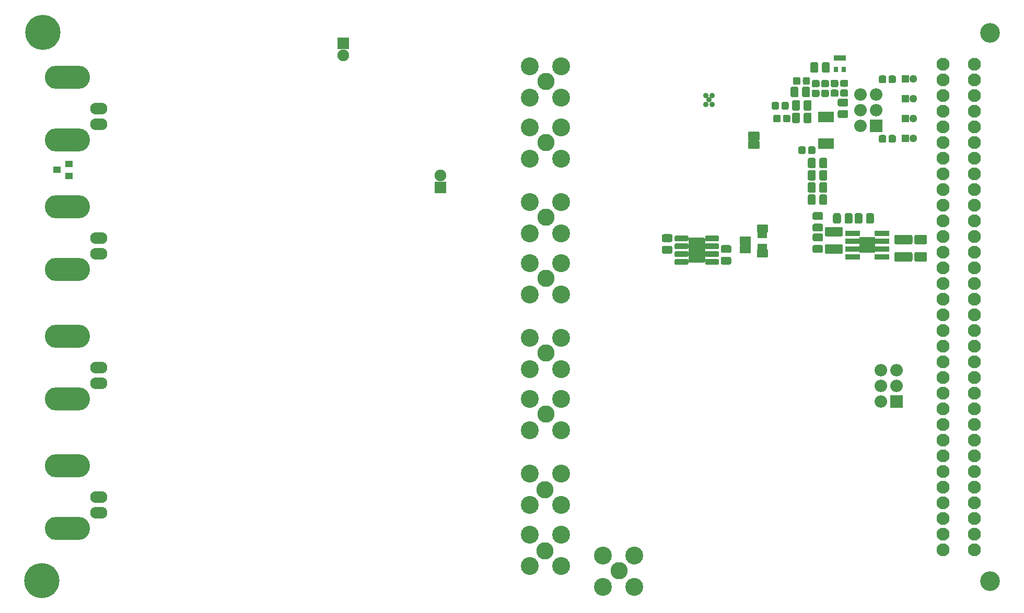
<source format=gbr>
G04 #@! TF.GenerationSoftware,KiCad,Pcbnew,(5.1.2)-1*
G04 #@! TF.CreationDate,2020-09-11T16:18:24+02:00*
G04 #@! TF.ProjectId,AFE_1CH_2V0,4146455f-3143-4485-9f32-56302e6b6963,3.1*
G04 #@! TF.SameCoordinates,Original*
G04 #@! TF.FileFunction,Soldermask,Bot*
G04 #@! TF.FilePolarity,Negative*
%FSLAX46Y46*%
G04 Gerber Fmt 4.6, Leading zero omitted, Abs format (unit mm)*
G04 Created by KiCad (PCBNEW (5.1.2)-1) date 2020-09-11 16:18:24*
%MOMM*%
%LPD*%
G04 APERTURE LIST*
%ADD10C,5.700000*%
%ADD11C,0.100000*%
%ADD12C,0.900000*%
%ADD13C,2.710000*%
%ADD14C,2.900000*%
%ADD15C,2.800000*%
%ADD16C,1.275000*%
%ADD17C,1.900000*%
%ADD18R,1.900000X1.900000*%
%ADD19O,2.800000X1.900000*%
%ADD20O,7.300000X3.800000*%
%ADD21R,1.300000X1.300000*%
%ADD22O,1.300000X1.300000*%
%ADD23C,0.300000*%
%ADD24C,1.175000*%
%ADD25C,1.550000*%
%ADD26R,2.027200X2.027200*%
%ADD27O,2.027200X2.027200*%
%ADD28R,1.200000X1.100000*%
%ADD29R,0.630200X1.812799*%
%ADD30R,0.700000X0.950000*%
%ADD31R,2.484400X0.858800*%
%ADD32R,2.586000X2.586000*%
%ADD33R,1.500000X1.500000*%
%ADD34C,3.200000*%
%ADD35C,2.100000*%
G04 APERTURE END LIST*
D10*
X93570000Y-139425000D03*
X93750000Y-50475000D03*
D11*
G36*
X203076654Y-87262083D02*
G01*
X203098495Y-87265323D01*
X203119914Y-87270688D01*
X203140704Y-87278127D01*
X203160664Y-87287568D01*
X203179603Y-87298919D01*
X203197338Y-87312073D01*
X203213699Y-87326901D01*
X203228527Y-87343262D01*
X203241681Y-87360997D01*
X203253032Y-87379936D01*
X203262473Y-87399896D01*
X203269912Y-87420686D01*
X203275277Y-87442105D01*
X203278517Y-87463946D01*
X203279600Y-87486000D01*
X203279600Y-87936000D01*
X203278517Y-87958054D01*
X203275277Y-87979895D01*
X203269912Y-88001314D01*
X203262473Y-88022104D01*
X203253032Y-88042064D01*
X203241681Y-88061003D01*
X203228527Y-88078738D01*
X203213699Y-88095099D01*
X203197338Y-88109927D01*
X203179603Y-88123081D01*
X203160664Y-88134432D01*
X203140704Y-88143873D01*
X203119914Y-88151312D01*
X203098495Y-88156677D01*
X203076654Y-88159917D01*
X203054600Y-88161000D01*
X201254600Y-88161000D01*
X201232546Y-88159917D01*
X201210705Y-88156677D01*
X201189286Y-88151312D01*
X201168496Y-88143873D01*
X201148536Y-88134432D01*
X201129597Y-88123081D01*
X201111862Y-88109927D01*
X201095501Y-88095099D01*
X201080673Y-88078738D01*
X201067519Y-88061003D01*
X201056168Y-88042064D01*
X201046727Y-88022104D01*
X201039288Y-88001314D01*
X201033923Y-87979895D01*
X201030683Y-87958054D01*
X201029600Y-87936000D01*
X201029600Y-87486000D01*
X201030683Y-87463946D01*
X201033923Y-87442105D01*
X201039288Y-87420686D01*
X201046727Y-87399896D01*
X201056168Y-87379936D01*
X201067519Y-87360997D01*
X201080673Y-87343262D01*
X201095501Y-87326901D01*
X201111862Y-87312073D01*
X201129597Y-87298919D01*
X201148536Y-87287568D01*
X201168496Y-87278127D01*
X201189286Y-87270688D01*
X201210705Y-87265323D01*
X201232546Y-87262083D01*
X201254600Y-87261000D01*
X203054600Y-87261000D01*
X203076654Y-87262083D01*
X203076654Y-87262083D01*
G37*
D12*
X202154600Y-87711000D03*
D11*
G36*
X203076654Y-85992083D02*
G01*
X203098495Y-85995323D01*
X203119914Y-86000688D01*
X203140704Y-86008127D01*
X203160664Y-86017568D01*
X203179603Y-86028919D01*
X203197338Y-86042073D01*
X203213699Y-86056901D01*
X203228527Y-86073262D01*
X203241681Y-86090997D01*
X203253032Y-86109936D01*
X203262473Y-86129896D01*
X203269912Y-86150686D01*
X203275277Y-86172105D01*
X203278517Y-86193946D01*
X203279600Y-86216000D01*
X203279600Y-86666000D01*
X203278517Y-86688054D01*
X203275277Y-86709895D01*
X203269912Y-86731314D01*
X203262473Y-86752104D01*
X203253032Y-86772064D01*
X203241681Y-86791003D01*
X203228527Y-86808738D01*
X203213699Y-86825099D01*
X203197338Y-86839927D01*
X203179603Y-86853081D01*
X203160664Y-86864432D01*
X203140704Y-86873873D01*
X203119914Y-86881312D01*
X203098495Y-86886677D01*
X203076654Y-86889917D01*
X203054600Y-86891000D01*
X201254600Y-86891000D01*
X201232546Y-86889917D01*
X201210705Y-86886677D01*
X201189286Y-86881312D01*
X201168496Y-86873873D01*
X201148536Y-86864432D01*
X201129597Y-86853081D01*
X201111862Y-86839927D01*
X201095501Y-86825099D01*
X201080673Y-86808738D01*
X201067519Y-86791003D01*
X201056168Y-86772064D01*
X201046727Y-86752104D01*
X201039288Y-86731314D01*
X201033923Y-86709895D01*
X201030683Y-86688054D01*
X201029600Y-86666000D01*
X201029600Y-86216000D01*
X201030683Y-86193946D01*
X201033923Y-86172105D01*
X201039288Y-86150686D01*
X201046727Y-86129896D01*
X201056168Y-86109936D01*
X201067519Y-86090997D01*
X201080673Y-86073262D01*
X201095501Y-86056901D01*
X201111862Y-86042073D01*
X201129597Y-86028919D01*
X201148536Y-86017568D01*
X201168496Y-86008127D01*
X201189286Y-86000688D01*
X201210705Y-85995323D01*
X201232546Y-85992083D01*
X201254600Y-85991000D01*
X203054600Y-85991000D01*
X203076654Y-85992083D01*
X203076654Y-85992083D01*
G37*
D12*
X202154600Y-86441000D03*
D11*
G36*
X203076654Y-84722083D02*
G01*
X203098495Y-84725323D01*
X203119914Y-84730688D01*
X203140704Y-84738127D01*
X203160664Y-84747568D01*
X203179603Y-84758919D01*
X203197338Y-84772073D01*
X203213699Y-84786901D01*
X203228527Y-84803262D01*
X203241681Y-84820997D01*
X203253032Y-84839936D01*
X203262473Y-84859896D01*
X203269912Y-84880686D01*
X203275277Y-84902105D01*
X203278517Y-84923946D01*
X203279600Y-84946000D01*
X203279600Y-85396000D01*
X203278517Y-85418054D01*
X203275277Y-85439895D01*
X203269912Y-85461314D01*
X203262473Y-85482104D01*
X203253032Y-85502064D01*
X203241681Y-85521003D01*
X203228527Y-85538738D01*
X203213699Y-85555099D01*
X203197338Y-85569927D01*
X203179603Y-85583081D01*
X203160664Y-85594432D01*
X203140704Y-85603873D01*
X203119914Y-85611312D01*
X203098495Y-85616677D01*
X203076654Y-85619917D01*
X203054600Y-85621000D01*
X201254600Y-85621000D01*
X201232546Y-85619917D01*
X201210705Y-85616677D01*
X201189286Y-85611312D01*
X201168496Y-85603873D01*
X201148536Y-85594432D01*
X201129597Y-85583081D01*
X201111862Y-85569927D01*
X201095501Y-85555099D01*
X201080673Y-85538738D01*
X201067519Y-85521003D01*
X201056168Y-85502064D01*
X201046727Y-85482104D01*
X201039288Y-85461314D01*
X201033923Y-85439895D01*
X201030683Y-85418054D01*
X201029600Y-85396000D01*
X201029600Y-84946000D01*
X201030683Y-84923946D01*
X201033923Y-84902105D01*
X201039288Y-84880686D01*
X201046727Y-84859896D01*
X201056168Y-84839936D01*
X201067519Y-84820997D01*
X201080673Y-84803262D01*
X201095501Y-84786901D01*
X201111862Y-84772073D01*
X201129597Y-84758919D01*
X201148536Y-84747568D01*
X201168496Y-84738127D01*
X201189286Y-84730688D01*
X201210705Y-84725323D01*
X201232546Y-84722083D01*
X201254600Y-84721000D01*
X203054600Y-84721000D01*
X203076654Y-84722083D01*
X203076654Y-84722083D01*
G37*
D12*
X202154600Y-85171000D03*
D11*
G36*
X203076654Y-83452083D02*
G01*
X203098495Y-83455323D01*
X203119914Y-83460688D01*
X203140704Y-83468127D01*
X203160664Y-83477568D01*
X203179603Y-83488919D01*
X203197338Y-83502073D01*
X203213699Y-83516901D01*
X203228527Y-83533262D01*
X203241681Y-83550997D01*
X203253032Y-83569936D01*
X203262473Y-83589896D01*
X203269912Y-83610686D01*
X203275277Y-83632105D01*
X203278517Y-83653946D01*
X203279600Y-83676000D01*
X203279600Y-84126000D01*
X203278517Y-84148054D01*
X203275277Y-84169895D01*
X203269912Y-84191314D01*
X203262473Y-84212104D01*
X203253032Y-84232064D01*
X203241681Y-84251003D01*
X203228527Y-84268738D01*
X203213699Y-84285099D01*
X203197338Y-84299927D01*
X203179603Y-84313081D01*
X203160664Y-84324432D01*
X203140704Y-84333873D01*
X203119914Y-84341312D01*
X203098495Y-84346677D01*
X203076654Y-84349917D01*
X203054600Y-84351000D01*
X201254600Y-84351000D01*
X201232546Y-84349917D01*
X201210705Y-84346677D01*
X201189286Y-84341312D01*
X201168496Y-84333873D01*
X201148536Y-84324432D01*
X201129597Y-84313081D01*
X201111862Y-84299927D01*
X201095501Y-84285099D01*
X201080673Y-84268738D01*
X201067519Y-84251003D01*
X201056168Y-84232064D01*
X201046727Y-84212104D01*
X201039288Y-84191314D01*
X201033923Y-84169895D01*
X201030683Y-84148054D01*
X201029600Y-84126000D01*
X201029600Y-83676000D01*
X201030683Y-83653946D01*
X201033923Y-83632105D01*
X201039288Y-83610686D01*
X201046727Y-83589896D01*
X201056168Y-83569936D01*
X201067519Y-83550997D01*
X201080673Y-83533262D01*
X201095501Y-83516901D01*
X201111862Y-83502073D01*
X201129597Y-83488919D01*
X201148536Y-83477568D01*
X201168496Y-83468127D01*
X201189286Y-83460688D01*
X201210705Y-83455323D01*
X201232546Y-83452083D01*
X201254600Y-83451000D01*
X203054600Y-83451000D01*
X203076654Y-83452083D01*
X203076654Y-83452083D01*
G37*
D12*
X202154600Y-83901000D03*
D11*
G36*
X198126654Y-83452083D02*
G01*
X198148495Y-83455323D01*
X198169914Y-83460688D01*
X198190704Y-83468127D01*
X198210664Y-83477568D01*
X198229603Y-83488919D01*
X198247338Y-83502073D01*
X198263699Y-83516901D01*
X198278527Y-83533262D01*
X198291681Y-83550997D01*
X198303032Y-83569936D01*
X198312473Y-83589896D01*
X198319912Y-83610686D01*
X198325277Y-83632105D01*
X198328517Y-83653946D01*
X198329600Y-83676000D01*
X198329600Y-84126000D01*
X198328517Y-84148054D01*
X198325277Y-84169895D01*
X198319912Y-84191314D01*
X198312473Y-84212104D01*
X198303032Y-84232064D01*
X198291681Y-84251003D01*
X198278527Y-84268738D01*
X198263699Y-84285099D01*
X198247338Y-84299927D01*
X198229603Y-84313081D01*
X198210664Y-84324432D01*
X198190704Y-84333873D01*
X198169914Y-84341312D01*
X198148495Y-84346677D01*
X198126654Y-84349917D01*
X198104600Y-84351000D01*
X196304600Y-84351000D01*
X196282546Y-84349917D01*
X196260705Y-84346677D01*
X196239286Y-84341312D01*
X196218496Y-84333873D01*
X196198536Y-84324432D01*
X196179597Y-84313081D01*
X196161862Y-84299927D01*
X196145501Y-84285099D01*
X196130673Y-84268738D01*
X196117519Y-84251003D01*
X196106168Y-84232064D01*
X196096727Y-84212104D01*
X196089288Y-84191314D01*
X196083923Y-84169895D01*
X196080683Y-84148054D01*
X196079600Y-84126000D01*
X196079600Y-83676000D01*
X196080683Y-83653946D01*
X196083923Y-83632105D01*
X196089288Y-83610686D01*
X196096727Y-83589896D01*
X196106168Y-83569936D01*
X196117519Y-83550997D01*
X196130673Y-83533262D01*
X196145501Y-83516901D01*
X196161862Y-83502073D01*
X196179597Y-83488919D01*
X196198536Y-83477568D01*
X196218496Y-83468127D01*
X196239286Y-83460688D01*
X196260705Y-83455323D01*
X196282546Y-83452083D01*
X196304600Y-83451000D01*
X198104600Y-83451000D01*
X198126654Y-83452083D01*
X198126654Y-83452083D01*
G37*
D12*
X197204600Y-83901000D03*
D11*
G36*
X198126654Y-84722083D02*
G01*
X198148495Y-84725323D01*
X198169914Y-84730688D01*
X198190704Y-84738127D01*
X198210664Y-84747568D01*
X198229603Y-84758919D01*
X198247338Y-84772073D01*
X198263699Y-84786901D01*
X198278527Y-84803262D01*
X198291681Y-84820997D01*
X198303032Y-84839936D01*
X198312473Y-84859896D01*
X198319912Y-84880686D01*
X198325277Y-84902105D01*
X198328517Y-84923946D01*
X198329600Y-84946000D01*
X198329600Y-85396000D01*
X198328517Y-85418054D01*
X198325277Y-85439895D01*
X198319912Y-85461314D01*
X198312473Y-85482104D01*
X198303032Y-85502064D01*
X198291681Y-85521003D01*
X198278527Y-85538738D01*
X198263699Y-85555099D01*
X198247338Y-85569927D01*
X198229603Y-85583081D01*
X198210664Y-85594432D01*
X198190704Y-85603873D01*
X198169914Y-85611312D01*
X198148495Y-85616677D01*
X198126654Y-85619917D01*
X198104600Y-85621000D01*
X196304600Y-85621000D01*
X196282546Y-85619917D01*
X196260705Y-85616677D01*
X196239286Y-85611312D01*
X196218496Y-85603873D01*
X196198536Y-85594432D01*
X196179597Y-85583081D01*
X196161862Y-85569927D01*
X196145501Y-85555099D01*
X196130673Y-85538738D01*
X196117519Y-85521003D01*
X196106168Y-85502064D01*
X196096727Y-85482104D01*
X196089288Y-85461314D01*
X196083923Y-85439895D01*
X196080683Y-85418054D01*
X196079600Y-85396000D01*
X196079600Y-84946000D01*
X196080683Y-84923946D01*
X196083923Y-84902105D01*
X196089288Y-84880686D01*
X196096727Y-84859896D01*
X196106168Y-84839936D01*
X196117519Y-84820997D01*
X196130673Y-84803262D01*
X196145501Y-84786901D01*
X196161862Y-84772073D01*
X196179597Y-84758919D01*
X196198536Y-84747568D01*
X196218496Y-84738127D01*
X196239286Y-84730688D01*
X196260705Y-84725323D01*
X196282546Y-84722083D01*
X196304600Y-84721000D01*
X198104600Y-84721000D01*
X198126654Y-84722083D01*
X198126654Y-84722083D01*
G37*
D12*
X197204600Y-85171000D03*
D11*
G36*
X198126654Y-85992083D02*
G01*
X198148495Y-85995323D01*
X198169914Y-86000688D01*
X198190704Y-86008127D01*
X198210664Y-86017568D01*
X198229603Y-86028919D01*
X198247338Y-86042073D01*
X198263699Y-86056901D01*
X198278527Y-86073262D01*
X198291681Y-86090997D01*
X198303032Y-86109936D01*
X198312473Y-86129896D01*
X198319912Y-86150686D01*
X198325277Y-86172105D01*
X198328517Y-86193946D01*
X198329600Y-86216000D01*
X198329600Y-86666000D01*
X198328517Y-86688054D01*
X198325277Y-86709895D01*
X198319912Y-86731314D01*
X198312473Y-86752104D01*
X198303032Y-86772064D01*
X198291681Y-86791003D01*
X198278527Y-86808738D01*
X198263699Y-86825099D01*
X198247338Y-86839927D01*
X198229603Y-86853081D01*
X198210664Y-86864432D01*
X198190704Y-86873873D01*
X198169914Y-86881312D01*
X198148495Y-86886677D01*
X198126654Y-86889917D01*
X198104600Y-86891000D01*
X196304600Y-86891000D01*
X196282546Y-86889917D01*
X196260705Y-86886677D01*
X196239286Y-86881312D01*
X196218496Y-86873873D01*
X196198536Y-86864432D01*
X196179597Y-86853081D01*
X196161862Y-86839927D01*
X196145501Y-86825099D01*
X196130673Y-86808738D01*
X196117519Y-86791003D01*
X196106168Y-86772064D01*
X196096727Y-86752104D01*
X196089288Y-86731314D01*
X196083923Y-86709895D01*
X196080683Y-86688054D01*
X196079600Y-86666000D01*
X196079600Y-86216000D01*
X196080683Y-86193946D01*
X196083923Y-86172105D01*
X196089288Y-86150686D01*
X196096727Y-86129896D01*
X196106168Y-86109936D01*
X196117519Y-86090997D01*
X196130673Y-86073262D01*
X196145501Y-86056901D01*
X196161862Y-86042073D01*
X196179597Y-86028919D01*
X196198536Y-86017568D01*
X196218496Y-86008127D01*
X196239286Y-86000688D01*
X196260705Y-85995323D01*
X196282546Y-85992083D01*
X196304600Y-85991000D01*
X198104600Y-85991000D01*
X198126654Y-85992083D01*
X198126654Y-85992083D01*
G37*
D12*
X197204600Y-86441000D03*
D11*
G36*
X198126654Y-87262083D02*
G01*
X198148495Y-87265323D01*
X198169914Y-87270688D01*
X198190704Y-87278127D01*
X198210664Y-87287568D01*
X198229603Y-87298919D01*
X198247338Y-87312073D01*
X198263699Y-87326901D01*
X198278527Y-87343262D01*
X198291681Y-87360997D01*
X198303032Y-87379936D01*
X198312473Y-87399896D01*
X198319912Y-87420686D01*
X198325277Y-87442105D01*
X198328517Y-87463946D01*
X198329600Y-87486000D01*
X198329600Y-87936000D01*
X198328517Y-87958054D01*
X198325277Y-87979895D01*
X198319912Y-88001314D01*
X198312473Y-88022104D01*
X198303032Y-88042064D01*
X198291681Y-88061003D01*
X198278527Y-88078738D01*
X198263699Y-88095099D01*
X198247338Y-88109927D01*
X198229603Y-88123081D01*
X198210664Y-88134432D01*
X198190704Y-88143873D01*
X198169914Y-88151312D01*
X198148495Y-88156677D01*
X198126654Y-88159917D01*
X198104600Y-88161000D01*
X196304600Y-88161000D01*
X196282546Y-88159917D01*
X196260705Y-88156677D01*
X196239286Y-88151312D01*
X196218496Y-88143873D01*
X196198536Y-88134432D01*
X196179597Y-88123081D01*
X196161862Y-88109927D01*
X196145501Y-88095099D01*
X196130673Y-88078738D01*
X196117519Y-88061003D01*
X196106168Y-88042064D01*
X196096727Y-88022104D01*
X196089288Y-88001314D01*
X196083923Y-87979895D01*
X196080683Y-87958054D01*
X196079600Y-87936000D01*
X196079600Y-87486000D01*
X196080683Y-87463946D01*
X196083923Y-87442105D01*
X196089288Y-87420686D01*
X196096727Y-87399896D01*
X196106168Y-87379936D01*
X196117519Y-87360997D01*
X196130673Y-87343262D01*
X196145501Y-87326901D01*
X196161862Y-87312073D01*
X196179597Y-87298919D01*
X196198536Y-87287568D01*
X196218496Y-87278127D01*
X196239286Y-87270688D01*
X196260705Y-87265323D01*
X196282546Y-87262083D01*
X196304600Y-87261000D01*
X198104600Y-87261000D01*
X198126654Y-87262083D01*
X198126654Y-87262083D01*
G37*
D12*
X197204600Y-87711000D03*
D11*
G36*
X200781035Y-83752354D02*
G01*
X200808325Y-83756402D01*
X200835086Y-83763105D01*
X200861061Y-83772399D01*
X200886000Y-83784194D01*
X200909662Y-83798377D01*
X200931821Y-83814811D01*
X200952262Y-83833338D01*
X200970789Y-83853779D01*
X200987223Y-83875938D01*
X201001406Y-83899600D01*
X201013201Y-83924539D01*
X201022495Y-83950514D01*
X201029198Y-83977275D01*
X201033246Y-84004565D01*
X201034600Y-84032119D01*
X201034600Y-87579881D01*
X201033246Y-87607435D01*
X201029198Y-87634725D01*
X201022495Y-87661486D01*
X201013201Y-87687461D01*
X201001406Y-87712400D01*
X200987223Y-87736062D01*
X200970789Y-87758221D01*
X200952262Y-87778662D01*
X200931821Y-87797189D01*
X200909662Y-87813623D01*
X200886000Y-87827806D01*
X200861061Y-87839601D01*
X200835086Y-87848895D01*
X200808325Y-87855598D01*
X200781035Y-87859646D01*
X200753481Y-87861000D01*
X198605719Y-87861000D01*
X198578165Y-87859646D01*
X198550875Y-87855598D01*
X198524114Y-87848895D01*
X198498139Y-87839601D01*
X198473200Y-87827806D01*
X198449538Y-87813623D01*
X198427379Y-87797189D01*
X198406938Y-87778662D01*
X198388411Y-87758221D01*
X198371977Y-87736062D01*
X198357794Y-87712400D01*
X198345999Y-87687461D01*
X198336705Y-87661486D01*
X198330002Y-87634725D01*
X198325954Y-87607435D01*
X198324600Y-87579881D01*
X198324600Y-84032119D01*
X198325954Y-84004565D01*
X198330002Y-83977275D01*
X198336705Y-83950514D01*
X198345999Y-83924539D01*
X198357794Y-83899600D01*
X198371977Y-83875938D01*
X198388411Y-83853779D01*
X198406938Y-83833338D01*
X198427379Y-83814811D01*
X198449538Y-83798377D01*
X198473200Y-83784194D01*
X198498139Y-83772399D01*
X198524114Y-83763105D01*
X198550875Y-83756402D01*
X198578165Y-83752354D01*
X198605719Y-83751000D01*
X200753481Y-83751000D01*
X200781035Y-83752354D01*
X200781035Y-83752354D01*
G37*
D13*
X199679600Y-85806000D03*
D14*
X172593000Y-61097000D03*
X177673000Y-61097000D03*
X177673000Y-56017000D03*
X172593000Y-56017000D03*
D15*
X175233000Y-58482000D03*
D14*
X172593000Y-71003000D03*
X177673000Y-71003000D03*
X177673000Y-65923000D03*
X172593000Y-65923000D03*
D15*
X175233000Y-68388000D03*
D14*
X172593000Y-83107000D03*
X177673000Y-83107000D03*
X177673000Y-78027000D03*
X172593000Y-78027000D03*
D15*
X175233000Y-80492000D03*
D14*
X172593000Y-93013000D03*
X177673000Y-93013000D03*
X177673000Y-87933000D03*
X172593000Y-87933000D03*
D15*
X175233000Y-90398000D03*
D14*
X172593000Y-105117000D03*
X177673000Y-105117000D03*
X177673000Y-100037000D03*
X172593000Y-100037000D03*
D15*
X175233000Y-102502000D03*
D14*
X172593000Y-115023000D03*
X177673000Y-115023000D03*
X177673000Y-109943000D03*
X172593000Y-109943000D03*
D15*
X175233000Y-112408000D03*
D14*
X177673000Y-122047000D03*
X172593000Y-122047000D03*
X172593000Y-127127000D03*
X177673000Y-127127000D03*
D15*
X175033000Y-124662000D03*
D14*
X177673000Y-131953000D03*
X172593000Y-131953000D03*
X172593000Y-137033000D03*
X177673000Y-137033000D03*
D15*
X175033000Y-134568000D03*
D14*
X184454800Y-140436600D03*
X189534800Y-140436600D03*
X189534800Y-135356600D03*
X184454800Y-135356600D03*
D15*
X187094800Y-137821600D03*
D11*
G36*
X204981693Y-84989735D02*
G01*
X205012635Y-84994325D01*
X205042978Y-85001925D01*
X205072430Y-85012463D01*
X205100708Y-85025838D01*
X205127538Y-85041919D01*
X205152663Y-85060553D01*
X205175840Y-85081560D01*
X205196847Y-85104737D01*
X205215481Y-85129862D01*
X205231562Y-85156692D01*
X205244937Y-85184970D01*
X205255475Y-85214422D01*
X205263075Y-85244765D01*
X205267665Y-85275707D01*
X205269200Y-85306950D01*
X205269200Y-85944450D01*
X205267665Y-85975693D01*
X205263075Y-86006635D01*
X205255475Y-86036978D01*
X205244937Y-86066430D01*
X205231562Y-86094708D01*
X205215481Y-86121538D01*
X205196847Y-86146663D01*
X205175840Y-86169840D01*
X205152663Y-86190847D01*
X205127538Y-86209481D01*
X205100708Y-86225562D01*
X205072430Y-86238937D01*
X205042978Y-86249475D01*
X205012635Y-86257075D01*
X204981693Y-86261665D01*
X204950450Y-86263200D01*
X203887950Y-86263200D01*
X203856707Y-86261665D01*
X203825765Y-86257075D01*
X203795422Y-86249475D01*
X203765970Y-86238937D01*
X203737692Y-86225562D01*
X203710862Y-86209481D01*
X203685737Y-86190847D01*
X203662560Y-86169840D01*
X203641553Y-86146663D01*
X203622919Y-86121538D01*
X203606838Y-86094708D01*
X203593463Y-86066430D01*
X203582925Y-86036978D01*
X203575325Y-86006635D01*
X203570735Y-85975693D01*
X203569200Y-85944450D01*
X203569200Y-85306950D01*
X203570735Y-85275707D01*
X203575325Y-85244765D01*
X203582925Y-85214422D01*
X203593463Y-85184970D01*
X203606838Y-85156692D01*
X203622919Y-85129862D01*
X203641553Y-85104737D01*
X203662560Y-85081560D01*
X203685737Y-85060553D01*
X203710862Y-85041919D01*
X203737692Y-85025838D01*
X203765970Y-85012463D01*
X203795422Y-85001925D01*
X203825765Y-84994325D01*
X203856707Y-84989735D01*
X203887950Y-84988200D01*
X204950450Y-84988200D01*
X204981693Y-84989735D01*
X204981693Y-84989735D01*
G37*
D16*
X204419200Y-85625700D03*
D11*
G36*
X204981693Y-86864735D02*
G01*
X205012635Y-86869325D01*
X205042978Y-86876925D01*
X205072430Y-86887463D01*
X205100708Y-86900838D01*
X205127538Y-86916919D01*
X205152663Y-86935553D01*
X205175840Y-86956560D01*
X205196847Y-86979737D01*
X205215481Y-87004862D01*
X205231562Y-87031692D01*
X205244937Y-87059970D01*
X205255475Y-87089422D01*
X205263075Y-87119765D01*
X205267665Y-87150707D01*
X205269200Y-87181950D01*
X205269200Y-87819450D01*
X205267665Y-87850693D01*
X205263075Y-87881635D01*
X205255475Y-87911978D01*
X205244937Y-87941430D01*
X205231562Y-87969708D01*
X205215481Y-87996538D01*
X205196847Y-88021663D01*
X205175840Y-88044840D01*
X205152663Y-88065847D01*
X205127538Y-88084481D01*
X205100708Y-88100562D01*
X205072430Y-88113937D01*
X205042978Y-88124475D01*
X205012635Y-88132075D01*
X204981693Y-88136665D01*
X204950450Y-88138200D01*
X203887950Y-88138200D01*
X203856707Y-88136665D01*
X203825765Y-88132075D01*
X203795422Y-88124475D01*
X203765970Y-88113937D01*
X203737692Y-88100562D01*
X203710862Y-88084481D01*
X203685737Y-88065847D01*
X203662560Y-88044840D01*
X203641553Y-88021663D01*
X203622919Y-87996538D01*
X203606838Y-87969708D01*
X203593463Y-87941430D01*
X203582925Y-87911978D01*
X203575325Y-87881635D01*
X203570735Y-87850693D01*
X203569200Y-87819450D01*
X203569200Y-87181950D01*
X203570735Y-87150707D01*
X203575325Y-87119765D01*
X203582925Y-87089422D01*
X203593463Y-87059970D01*
X203606838Y-87031692D01*
X203622919Y-87004862D01*
X203641553Y-86979737D01*
X203662560Y-86956560D01*
X203685737Y-86935553D01*
X203710862Y-86916919D01*
X203737692Y-86900838D01*
X203765970Y-86887463D01*
X203795422Y-86876925D01*
X203825765Y-86869325D01*
X203856707Y-86864735D01*
X203887950Y-86863200D01*
X204950450Y-86863200D01*
X204981693Y-86864735D01*
X204981693Y-86864735D01*
G37*
D16*
X204419200Y-87500700D03*
D11*
G36*
X195456693Y-83216535D02*
G01*
X195487635Y-83221125D01*
X195517978Y-83228725D01*
X195547430Y-83239263D01*
X195575708Y-83252638D01*
X195602538Y-83268719D01*
X195627663Y-83287353D01*
X195650840Y-83308360D01*
X195671847Y-83331537D01*
X195690481Y-83356662D01*
X195706562Y-83383492D01*
X195719937Y-83411770D01*
X195730475Y-83441222D01*
X195738075Y-83471565D01*
X195742665Y-83502507D01*
X195744200Y-83533750D01*
X195744200Y-84171250D01*
X195742665Y-84202493D01*
X195738075Y-84233435D01*
X195730475Y-84263778D01*
X195719937Y-84293230D01*
X195706562Y-84321508D01*
X195690481Y-84348338D01*
X195671847Y-84373463D01*
X195650840Y-84396640D01*
X195627663Y-84417647D01*
X195602538Y-84436281D01*
X195575708Y-84452362D01*
X195547430Y-84465737D01*
X195517978Y-84476275D01*
X195487635Y-84483875D01*
X195456693Y-84488465D01*
X195425450Y-84490000D01*
X194362950Y-84490000D01*
X194331707Y-84488465D01*
X194300765Y-84483875D01*
X194270422Y-84476275D01*
X194240970Y-84465737D01*
X194212692Y-84452362D01*
X194185862Y-84436281D01*
X194160737Y-84417647D01*
X194137560Y-84396640D01*
X194116553Y-84373463D01*
X194097919Y-84348338D01*
X194081838Y-84321508D01*
X194068463Y-84293230D01*
X194057925Y-84263778D01*
X194050325Y-84233435D01*
X194045735Y-84202493D01*
X194044200Y-84171250D01*
X194044200Y-83533750D01*
X194045735Y-83502507D01*
X194050325Y-83471565D01*
X194057925Y-83441222D01*
X194068463Y-83411770D01*
X194081838Y-83383492D01*
X194097919Y-83356662D01*
X194116553Y-83331537D01*
X194137560Y-83308360D01*
X194160737Y-83287353D01*
X194185862Y-83268719D01*
X194212692Y-83252638D01*
X194240970Y-83239263D01*
X194270422Y-83228725D01*
X194300765Y-83221125D01*
X194331707Y-83216535D01*
X194362950Y-83215000D01*
X195425450Y-83215000D01*
X195456693Y-83216535D01*
X195456693Y-83216535D01*
G37*
D16*
X194894200Y-83852500D03*
D11*
G36*
X195456693Y-85091535D02*
G01*
X195487635Y-85096125D01*
X195517978Y-85103725D01*
X195547430Y-85114263D01*
X195575708Y-85127638D01*
X195602538Y-85143719D01*
X195627663Y-85162353D01*
X195650840Y-85183360D01*
X195671847Y-85206537D01*
X195690481Y-85231662D01*
X195706562Y-85258492D01*
X195719937Y-85286770D01*
X195730475Y-85316222D01*
X195738075Y-85346565D01*
X195742665Y-85377507D01*
X195744200Y-85408750D01*
X195744200Y-86046250D01*
X195742665Y-86077493D01*
X195738075Y-86108435D01*
X195730475Y-86138778D01*
X195719937Y-86168230D01*
X195706562Y-86196508D01*
X195690481Y-86223338D01*
X195671847Y-86248463D01*
X195650840Y-86271640D01*
X195627663Y-86292647D01*
X195602538Y-86311281D01*
X195575708Y-86327362D01*
X195547430Y-86340737D01*
X195517978Y-86351275D01*
X195487635Y-86358875D01*
X195456693Y-86363465D01*
X195425450Y-86365000D01*
X194362950Y-86365000D01*
X194331707Y-86363465D01*
X194300765Y-86358875D01*
X194270422Y-86351275D01*
X194240970Y-86340737D01*
X194212692Y-86327362D01*
X194185862Y-86311281D01*
X194160737Y-86292647D01*
X194137560Y-86271640D01*
X194116553Y-86248463D01*
X194097919Y-86223338D01*
X194081838Y-86196508D01*
X194068463Y-86168230D01*
X194057925Y-86138778D01*
X194050325Y-86108435D01*
X194045735Y-86077493D01*
X194044200Y-86046250D01*
X194044200Y-85408750D01*
X194045735Y-85377507D01*
X194050325Y-85346565D01*
X194057925Y-85316222D01*
X194068463Y-85286770D01*
X194081838Y-85258492D01*
X194097919Y-85231662D01*
X194116553Y-85206537D01*
X194137560Y-85183360D01*
X194160737Y-85162353D01*
X194185862Y-85143719D01*
X194212692Y-85127638D01*
X194240970Y-85114263D01*
X194270422Y-85103725D01*
X194300765Y-85096125D01*
X194331707Y-85091535D01*
X194362950Y-85090000D01*
X195425450Y-85090000D01*
X195456693Y-85091535D01*
X195456693Y-85091535D01*
G37*
D16*
X194894200Y-85727500D03*
D17*
X142392400Y-54247800D03*
D18*
X142392400Y-52247800D03*
D17*
X158115000Y-73666600D03*
D18*
X158115000Y-75666600D03*
D19*
X102743000Y-128397000D03*
X102743000Y-125857000D03*
D20*
X97663000Y-120777000D03*
X97663000Y-130937000D03*
D19*
X102743000Y-107397000D03*
X102743000Y-104857000D03*
D20*
X97663000Y-99777000D03*
X97663000Y-109937000D03*
D19*
X102743000Y-86397000D03*
X102743000Y-83857000D03*
D20*
X97663000Y-78777000D03*
X97663000Y-88937000D03*
D19*
X102743000Y-65397000D03*
X102743000Y-62857000D03*
D20*
X97663000Y-57777000D03*
X97663000Y-67937000D03*
D21*
X233502200Y-58051700D03*
D22*
X234772200Y-58051700D03*
X234759500Y-64452500D03*
D21*
X233489500Y-64452500D03*
D23*
X208940400Y-67245400D03*
D11*
G36*
X208043282Y-66716136D02*
G01*
X208051818Y-66687997D01*
X208065680Y-66662064D01*
X208084334Y-66639334D01*
X208107064Y-66620680D01*
X208132997Y-66606818D01*
X208161136Y-66598282D01*
X208190400Y-66595400D01*
X209690400Y-66595400D01*
X209719664Y-66598282D01*
X209747803Y-66606818D01*
X209773736Y-66620680D01*
X209796466Y-66639334D01*
X209815120Y-66662064D01*
X209828982Y-66687997D01*
X209837518Y-66716136D01*
X209840400Y-66745400D01*
X209840400Y-67895400D01*
X209837518Y-67924664D01*
X209828982Y-67952803D01*
X209815120Y-67978736D01*
X209796466Y-68001466D01*
X209773736Y-68020120D01*
X209747803Y-68033982D01*
X209719664Y-68042518D01*
X209690400Y-68045400D01*
X209661136Y-68042518D01*
X209632997Y-68033982D01*
X209607195Y-68020208D01*
X208940400Y-67575678D01*
X208273605Y-68020208D01*
X208247658Y-68034042D01*
X208219510Y-68042548D01*
X208190243Y-68045400D01*
X208160983Y-68042487D01*
X208132853Y-68033922D01*
X208106934Y-68020033D01*
X208084223Y-68001355D01*
X208065592Y-67978605D01*
X208051758Y-67952658D01*
X208043252Y-67924510D01*
X208040400Y-67895400D01*
X208040400Y-66745400D01*
X208043282Y-66716136D01*
X208043282Y-66716136D01*
G37*
D23*
X208940400Y-68695400D03*
D11*
G36*
X208043282Y-68166136D02*
G01*
X208051818Y-68137997D01*
X208065680Y-68112064D01*
X208084334Y-68089334D01*
X208107195Y-68070592D01*
X208857195Y-67570592D01*
X208883142Y-67556758D01*
X208911290Y-67548252D01*
X208940557Y-67545400D01*
X208969817Y-67548313D01*
X208997947Y-67556878D01*
X209023605Y-67570592D01*
X209773605Y-68070592D01*
X209796355Y-68089223D01*
X209815033Y-68111934D01*
X209828922Y-68137853D01*
X209837487Y-68165983D01*
X209840400Y-68195400D01*
X209840400Y-69195400D01*
X209837518Y-69224664D01*
X209828982Y-69252803D01*
X209815120Y-69278736D01*
X209796466Y-69301466D01*
X209773736Y-69320120D01*
X209747803Y-69333982D01*
X209719664Y-69342518D01*
X209690400Y-69345400D01*
X208190400Y-69345400D01*
X208161136Y-69342518D01*
X208132997Y-69333982D01*
X208107064Y-69320120D01*
X208084334Y-69301466D01*
X208065680Y-69278736D01*
X208051818Y-69252803D01*
X208043282Y-69224664D01*
X208040400Y-69195400D01*
X208040400Y-68195400D01*
X208043282Y-68166136D01*
X208043282Y-68166136D01*
G37*
D23*
X207568800Y-85662600D03*
D11*
G36*
X206671682Y-85133336D02*
G01*
X206680218Y-85105197D01*
X206694080Y-85079264D01*
X206712734Y-85056534D01*
X206735595Y-85037792D01*
X207485595Y-84537792D01*
X207511542Y-84523958D01*
X207539690Y-84515452D01*
X207568957Y-84512600D01*
X207598217Y-84515513D01*
X207626347Y-84524078D01*
X207652005Y-84537792D01*
X208402005Y-85037792D01*
X208424755Y-85056423D01*
X208443433Y-85079134D01*
X208457322Y-85105053D01*
X208465887Y-85133183D01*
X208468800Y-85162600D01*
X208468800Y-86162600D01*
X208465918Y-86191864D01*
X208457382Y-86220003D01*
X208443520Y-86245936D01*
X208424866Y-86268666D01*
X208402136Y-86287320D01*
X208376203Y-86301182D01*
X208348064Y-86309718D01*
X208318800Y-86312600D01*
X206818800Y-86312600D01*
X206789536Y-86309718D01*
X206761397Y-86301182D01*
X206735464Y-86287320D01*
X206712734Y-86268666D01*
X206694080Y-86245936D01*
X206680218Y-86220003D01*
X206671682Y-86191864D01*
X206668800Y-86162600D01*
X206668800Y-85162600D01*
X206671682Y-85133336D01*
X206671682Y-85133336D01*
G37*
D23*
X207568800Y-84212600D03*
D11*
G36*
X206671682Y-83683336D02*
G01*
X206680218Y-83655197D01*
X206694080Y-83629264D01*
X206712734Y-83606534D01*
X206735464Y-83587880D01*
X206761397Y-83574018D01*
X206789536Y-83565482D01*
X206818800Y-83562600D01*
X208318800Y-83562600D01*
X208348064Y-83565482D01*
X208376203Y-83574018D01*
X208402136Y-83587880D01*
X208424866Y-83606534D01*
X208443520Y-83629264D01*
X208457382Y-83655197D01*
X208465918Y-83683336D01*
X208468800Y-83712600D01*
X208468800Y-84862600D01*
X208465918Y-84891864D01*
X208457382Y-84920003D01*
X208443520Y-84945936D01*
X208424866Y-84968666D01*
X208402136Y-84987320D01*
X208376203Y-85001182D01*
X208348064Y-85009718D01*
X208318800Y-85012600D01*
X208289536Y-85009718D01*
X208261397Y-85001182D01*
X208235595Y-84987408D01*
X207568800Y-84542878D01*
X206902005Y-84987408D01*
X206876058Y-85001242D01*
X206847910Y-85009748D01*
X206818643Y-85012600D01*
X206789383Y-85009687D01*
X206761253Y-85001122D01*
X206735334Y-84987233D01*
X206712623Y-84968555D01*
X206693992Y-84945805D01*
X206680158Y-84919858D01*
X206671652Y-84891710D01*
X206668800Y-84862600D01*
X206668800Y-83712600D01*
X206671682Y-83683336D01*
X206671682Y-83683336D01*
G37*
D12*
X202137900Y-60705300D03*
X202137900Y-62205300D03*
X201137900Y-62205300D03*
X201637900Y-61455300D03*
X201137900Y-60705300D03*
D11*
G36*
X217772043Y-57745614D02*
G01*
X217800558Y-57749844D01*
X217828521Y-57756849D01*
X217855663Y-57766560D01*
X217881723Y-57778886D01*
X217906449Y-57793706D01*
X217929603Y-57810878D01*
X217950963Y-57830237D01*
X217970322Y-57851597D01*
X217987494Y-57874751D01*
X218002314Y-57899477D01*
X218014640Y-57925537D01*
X218024351Y-57952679D01*
X218031356Y-57980642D01*
X218035586Y-58009157D01*
X218037000Y-58037950D01*
X218037000Y-58700450D01*
X218035586Y-58729243D01*
X218031356Y-58757758D01*
X218024351Y-58785721D01*
X218014640Y-58812863D01*
X218002314Y-58838923D01*
X217987494Y-58863649D01*
X217970322Y-58886803D01*
X217950963Y-58908163D01*
X217929603Y-58927522D01*
X217906449Y-58944694D01*
X217881723Y-58959514D01*
X217855663Y-58971840D01*
X217828521Y-58981551D01*
X217800558Y-58988556D01*
X217772043Y-58992786D01*
X217743250Y-58994200D01*
X217155750Y-58994200D01*
X217126957Y-58992786D01*
X217098442Y-58988556D01*
X217070479Y-58981551D01*
X217043337Y-58971840D01*
X217017277Y-58959514D01*
X216992551Y-58944694D01*
X216969397Y-58927522D01*
X216948037Y-58908163D01*
X216928678Y-58886803D01*
X216911506Y-58863649D01*
X216896686Y-58838923D01*
X216884360Y-58812863D01*
X216874649Y-58785721D01*
X216867644Y-58757758D01*
X216863414Y-58729243D01*
X216862000Y-58700450D01*
X216862000Y-58037950D01*
X216863414Y-58009157D01*
X216867644Y-57980642D01*
X216874649Y-57952679D01*
X216884360Y-57925537D01*
X216896686Y-57899477D01*
X216911506Y-57874751D01*
X216928678Y-57851597D01*
X216948037Y-57830237D01*
X216969397Y-57810878D01*
X216992551Y-57793706D01*
X217017277Y-57778886D01*
X217043337Y-57766560D01*
X217070479Y-57756849D01*
X217098442Y-57749844D01*
X217126957Y-57745614D01*
X217155750Y-57744200D01*
X217743250Y-57744200D01*
X217772043Y-57745614D01*
X217772043Y-57745614D01*
G37*
D24*
X217449500Y-58369200D03*
D11*
G36*
X216197043Y-57745614D02*
G01*
X216225558Y-57749844D01*
X216253521Y-57756849D01*
X216280663Y-57766560D01*
X216306723Y-57778886D01*
X216331449Y-57793706D01*
X216354603Y-57810878D01*
X216375963Y-57830237D01*
X216395322Y-57851597D01*
X216412494Y-57874751D01*
X216427314Y-57899477D01*
X216439640Y-57925537D01*
X216449351Y-57952679D01*
X216456356Y-57980642D01*
X216460586Y-58009157D01*
X216462000Y-58037950D01*
X216462000Y-58700450D01*
X216460586Y-58729243D01*
X216456356Y-58757758D01*
X216449351Y-58785721D01*
X216439640Y-58812863D01*
X216427314Y-58838923D01*
X216412494Y-58863649D01*
X216395322Y-58886803D01*
X216375963Y-58908163D01*
X216354603Y-58927522D01*
X216331449Y-58944694D01*
X216306723Y-58959514D01*
X216280663Y-58971840D01*
X216253521Y-58981551D01*
X216225558Y-58988556D01*
X216197043Y-58992786D01*
X216168250Y-58994200D01*
X215580750Y-58994200D01*
X215551957Y-58992786D01*
X215523442Y-58988556D01*
X215495479Y-58981551D01*
X215468337Y-58971840D01*
X215442277Y-58959514D01*
X215417551Y-58944694D01*
X215394397Y-58927522D01*
X215373037Y-58908163D01*
X215353678Y-58886803D01*
X215336506Y-58863649D01*
X215321686Y-58838923D01*
X215309360Y-58812863D01*
X215299649Y-58785721D01*
X215292644Y-58757758D01*
X215288414Y-58729243D01*
X215287000Y-58700450D01*
X215287000Y-58037950D01*
X215288414Y-58009157D01*
X215292644Y-57980642D01*
X215299649Y-57952679D01*
X215309360Y-57925537D01*
X215321686Y-57899477D01*
X215336506Y-57874751D01*
X215353678Y-57851597D01*
X215373037Y-57830237D01*
X215394397Y-57810878D01*
X215417551Y-57793706D01*
X215442277Y-57778886D01*
X215468337Y-57766560D01*
X215495479Y-57756849D01*
X215523442Y-57749844D01*
X215551957Y-57745614D01*
X215580750Y-57744200D01*
X216168250Y-57744200D01*
X216197043Y-57745614D01*
X216197043Y-57745614D01*
G37*
D24*
X215874500Y-58369200D03*
D11*
G36*
X212742643Y-61758814D02*
G01*
X212771158Y-61763044D01*
X212799121Y-61770049D01*
X212826263Y-61779760D01*
X212852323Y-61792086D01*
X212877049Y-61806906D01*
X212900203Y-61824078D01*
X212921563Y-61843437D01*
X212940922Y-61864797D01*
X212958094Y-61887951D01*
X212972914Y-61912677D01*
X212985240Y-61938737D01*
X212994951Y-61965879D01*
X213001956Y-61993842D01*
X213006186Y-62022357D01*
X213007600Y-62051150D01*
X213007600Y-62713650D01*
X213006186Y-62742443D01*
X213001956Y-62770958D01*
X212994951Y-62798921D01*
X212985240Y-62826063D01*
X212972914Y-62852123D01*
X212958094Y-62876849D01*
X212940922Y-62900003D01*
X212921563Y-62921363D01*
X212900203Y-62940722D01*
X212877049Y-62957894D01*
X212852323Y-62972714D01*
X212826263Y-62985040D01*
X212799121Y-62994751D01*
X212771158Y-63001756D01*
X212742643Y-63005986D01*
X212713850Y-63007400D01*
X212126350Y-63007400D01*
X212097557Y-63005986D01*
X212069042Y-63001756D01*
X212041079Y-62994751D01*
X212013937Y-62985040D01*
X211987877Y-62972714D01*
X211963151Y-62957894D01*
X211939997Y-62940722D01*
X211918637Y-62921363D01*
X211899278Y-62900003D01*
X211882106Y-62876849D01*
X211867286Y-62852123D01*
X211854960Y-62826063D01*
X211845249Y-62798921D01*
X211838244Y-62770958D01*
X211834014Y-62742443D01*
X211832600Y-62713650D01*
X211832600Y-62051150D01*
X211834014Y-62022357D01*
X211838244Y-61993842D01*
X211845249Y-61965879D01*
X211854960Y-61938737D01*
X211867286Y-61912677D01*
X211882106Y-61887951D01*
X211899278Y-61864797D01*
X211918637Y-61843437D01*
X211939997Y-61824078D01*
X211963151Y-61806906D01*
X211987877Y-61792086D01*
X212013937Y-61779760D01*
X212041079Y-61770049D01*
X212069042Y-61763044D01*
X212097557Y-61758814D01*
X212126350Y-61757400D01*
X212713850Y-61757400D01*
X212742643Y-61758814D01*
X212742643Y-61758814D01*
G37*
D24*
X212420100Y-62382400D03*
D11*
G36*
X214317643Y-61758814D02*
G01*
X214346158Y-61763044D01*
X214374121Y-61770049D01*
X214401263Y-61779760D01*
X214427323Y-61792086D01*
X214452049Y-61806906D01*
X214475203Y-61824078D01*
X214496563Y-61843437D01*
X214515922Y-61864797D01*
X214533094Y-61887951D01*
X214547914Y-61912677D01*
X214560240Y-61938737D01*
X214569951Y-61965879D01*
X214576956Y-61993842D01*
X214581186Y-62022357D01*
X214582600Y-62051150D01*
X214582600Y-62713650D01*
X214581186Y-62742443D01*
X214576956Y-62770958D01*
X214569951Y-62798921D01*
X214560240Y-62826063D01*
X214547914Y-62852123D01*
X214533094Y-62876849D01*
X214515922Y-62900003D01*
X214496563Y-62921363D01*
X214475203Y-62940722D01*
X214452049Y-62957894D01*
X214427323Y-62972714D01*
X214401263Y-62985040D01*
X214374121Y-62994751D01*
X214346158Y-63001756D01*
X214317643Y-63005986D01*
X214288850Y-63007400D01*
X213701350Y-63007400D01*
X213672557Y-63005986D01*
X213644042Y-63001756D01*
X213616079Y-62994751D01*
X213588937Y-62985040D01*
X213562877Y-62972714D01*
X213538151Y-62957894D01*
X213514997Y-62940722D01*
X213493637Y-62921363D01*
X213474278Y-62900003D01*
X213457106Y-62876849D01*
X213442286Y-62852123D01*
X213429960Y-62826063D01*
X213420249Y-62798921D01*
X213413244Y-62770958D01*
X213409014Y-62742443D01*
X213407600Y-62713650D01*
X213407600Y-62051150D01*
X213409014Y-62022357D01*
X213413244Y-61993842D01*
X213420249Y-61965879D01*
X213429960Y-61938737D01*
X213442286Y-61912677D01*
X213457106Y-61887951D01*
X213474278Y-61864797D01*
X213493637Y-61843437D01*
X213514997Y-61824078D01*
X213538151Y-61806906D01*
X213562877Y-61792086D01*
X213588937Y-61779760D01*
X213616079Y-61770049D01*
X213644042Y-61763044D01*
X213672557Y-61758814D01*
X213701350Y-61757400D01*
X214288850Y-61757400D01*
X214317643Y-61758814D01*
X214317643Y-61758814D01*
G37*
D24*
X213995100Y-62382400D03*
D11*
G36*
X214571643Y-63841614D02*
G01*
X214600158Y-63845844D01*
X214628121Y-63852849D01*
X214655263Y-63862560D01*
X214681323Y-63874886D01*
X214706049Y-63889706D01*
X214729203Y-63906878D01*
X214750563Y-63926237D01*
X214769922Y-63947597D01*
X214787094Y-63970751D01*
X214801914Y-63995477D01*
X214814240Y-64021537D01*
X214823951Y-64048679D01*
X214830956Y-64076642D01*
X214835186Y-64105157D01*
X214836600Y-64133950D01*
X214836600Y-64796450D01*
X214835186Y-64825243D01*
X214830956Y-64853758D01*
X214823951Y-64881721D01*
X214814240Y-64908863D01*
X214801914Y-64934923D01*
X214787094Y-64959649D01*
X214769922Y-64982803D01*
X214750563Y-65004163D01*
X214729203Y-65023522D01*
X214706049Y-65040694D01*
X214681323Y-65055514D01*
X214655263Y-65067840D01*
X214628121Y-65077551D01*
X214600158Y-65084556D01*
X214571643Y-65088786D01*
X214542850Y-65090200D01*
X213955350Y-65090200D01*
X213926557Y-65088786D01*
X213898042Y-65084556D01*
X213870079Y-65077551D01*
X213842937Y-65067840D01*
X213816877Y-65055514D01*
X213792151Y-65040694D01*
X213768997Y-65023522D01*
X213747637Y-65004163D01*
X213728278Y-64982803D01*
X213711106Y-64959649D01*
X213696286Y-64934923D01*
X213683960Y-64908863D01*
X213674249Y-64881721D01*
X213667244Y-64853758D01*
X213663014Y-64825243D01*
X213661600Y-64796450D01*
X213661600Y-64133950D01*
X213663014Y-64105157D01*
X213667244Y-64076642D01*
X213674249Y-64048679D01*
X213683960Y-64021537D01*
X213696286Y-63995477D01*
X213711106Y-63970751D01*
X213728278Y-63947597D01*
X213747637Y-63926237D01*
X213768997Y-63906878D01*
X213792151Y-63889706D01*
X213816877Y-63874886D01*
X213842937Y-63862560D01*
X213870079Y-63852849D01*
X213898042Y-63845844D01*
X213926557Y-63841614D01*
X213955350Y-63840200D01*
X214542850Y-63840200D01*
X214571643Y-63841614D01*
X214571643Y-63841614D01*
G37*
D24*
X214249100Y-64465200D03*
D11*
G36*
X212996643Y-63841614D02*
G01*
X213025158Y-63845844D01*
X213053121Y-63852849D01*
X213080263Y-63862560D01*
X213106323Y-63874886D01*
X213131049Y-63889706D01*
X213154203Y-63906878D01*
X213175563Y-63926237D01*
X213194922Y-63947597D01*
X213212094Y-63970751D01*
X213226914Y-63995477D01*
X213239240Y-64021537D01*
X213248951Y-64048679D01*
X213255956Y-64076642D01*
X213260186Y-64105157D01*
X213261600Y-64133950D01*
X213261600Y-64796450D01*
X213260186Y-64825243D01*
X213255956Y-64853758D01*
X213248951Y-64881721D01*
X213239240Y-64908863D01*
X213226914Y-64934923D01*
X213212094Y-64959649D01*
X213194922Y-64982803D01*
X213175563Y-65004163D01*
X213154203Y-65023522D01*
X213131049Y-65040694D01*
X213106323Y-65055514D01*
X213080263Y-65067840D01*
X213053121Y-65077551D01*
X213025158Y-65084556D01*
X212996643Y-65088786D01*
X212967850Y-65090200D01*
X212380350Y-65090200D01*
X212351557Y-65088786D01*
X212323042Y-65084556D01*
X212295079Y-65077551D01*
X212267937Y-65067840D01*
X212241877Y-65055514D01*
X212217151Y-65040694D01*
X212193997Y-65023522D01*
X212172637Y-65004163D01*
X212153278Y-64982803D01*
X212136106Y-64959649D01*
X212121286Y-64934923D01*
X212108960Y-64908863D01*
X212099249Y-64881721D01*
X212092244Y-64853758D01*
X212088014Y-64825243D01*
X212086600Y-64796450D01*
X212086600Y-64133950D01*
X212088014Y-64105157D01*
X212092244Y-64076642D01*
X212099249Y-64048679D01*
X212108960Y-64021537D01*
X212121286Y-63995477D01*
X212136106Y-63970751D01*
X212153278Y-63947597D01*
X212172637Y-63926237D01*
X212193997Y-63906878D01*
X212217151Y-63889706D01*
X212241877Y-63874886D01*
X212267937Y-63862560D01*
X212295079Y-63852849D01*
X212323042Y-63845844D01*
X212351557Y-63841614D01*
X212380350Y-63840200D01*
X212967850Y-63840200D01*
X212996643Y-63841614D01*
X212996643Y-63841614D01*
G37*
D24*
X212674100Y-64465200D03*
D11*
G36*
X220946693Y-55336335D02*
G01*
X220977635Y-55340925D01*
X221007978Y-55348525D01*
X221037430Y-55359063D01*
X221065708Y-55372438D01*
X221092538Y-55388519D01*
X221117663Y-55407153D01*
X221140840Y-55428160D01*
X221161847Y-55451337D01*
X221180481Y-55476462D01*
X221196562Y-55503292D01*
X221209937Y-55531570D01*
X221220475Y-55561022D01*
X221228075Y-55591365D01*
X221232665Y-55622307D01*
X221234200Y-55653550D01*
X221234200Y-56716050D01*
X221232665Y-56747293D01*
X221228075Y-56778235D01*
X221220475Y-56808578D01*
X221209937Y-56838030D01*
X221196562Y-56866308D01*
X221180481Y-56893138D01*
X221161847Y-56918263D01*
X221140840Y-56941440D01*
X221117663Y-56962447D01*
X221092538Y-56981081D01*
X221065708Y-56997162D01*
X221037430Y-57010537D01*
X221007978Y-57021075D01*
X220977635Y-57028675D01*
X220946693Y-57033265D01*
X220915450Y-57034800D01*
X220277950Y-57034800D01*
X220246707Y-57033265D01*
X220215765Y-57028675D01*
X220185422Y-57021075D01*
X220155970Y-57010537D01*
X220127692Y-56997162D01*
X220100862Y-56981081D01*
X220075737Y-56962447D01*
X220052560Y-56941440D01*
X220031553Y-56918263D01*
X220012919Y-56893138D01*
X219996838Y-56866308D01*
X219983463Y-56838030D01*
X219972925Y-56808578D01*
X219965325Y-56778235D01*
X219960735Y-56747293D01*
X219959200Y-56716050D01*
X219959200Y-55653550D01*
X219960735Y-55622307D01*
X219965325Y-55591365D01*
X219972925Y-55561022D01*
X219983463Y-55531570D01*
X219996838Y-55503292D01*
X220012919Y-55476462D01*
X220031553Y-55451337D01*
X220052560Y-55428160D01*
X220075737Y-55407153D01*
X220100862Y-55388519D01*
X220127692Y-55372438D01*
X220155970Y-55359063D01*
X220185422Y-55348525D01*
X220215765Y-55340925D01*
X220246707Y-55336335D01*
X220277950Y-55334800D01*
X220915450Y-55334800D01*
X220946693Y-55336335D01*
X220946693Y-55336335D01*
G37*
D16*
X220596700Y-56184800D03*
D11*
G36*
X219071693Y-55336335D02*
G01*
X219102635Y-55340925D01*
X219132978Y-55348525D01*
X219162430Y-55359063D01*
X219190708Y-55372438D01*
X219217538Y-55388519D01*
X219242663Y-55407153D01*
X219265840Y-55428160D01*
X219286847Y-55451337D01*
X219305481Y-55476462D01*
X219321562Y-55503292D01*
X219334937Y-55531570D01*
X219345475Y-55561022D01*
X219353075Y-55591365D01*
X219357665Y-55622307D01*
X219359200Y-55653550D01*
X219359200Y-56716050D01*
X219357665Y-56747293D01*
X219353075Y-56778235D01*
X219345475Y-56808578D01*
X219334937Y-56838030D01*
X219321562Y-56866308D01*
X219305481Y-56893138D01*
X219286847Y-56918263D01*
X219265840Y-56941440D01*
X219242663Y-56962447D01*
X219217538Y-56981081D01*
X219190708Y-56997162D01*
X219162430Y-57010537D01*
X219132978Y-57021075D01*
X219102635Y-57028675D01*
X219071693Y-57033265D01*
X219040450Y-57034800D01*
X218402950Y-57034800D01*
X218371707Y-57033265D01*
X218340765Y-57028675D01*
X218310422Y-57021075D01*
X218280970Y-57010537D01*
X218252692Y-56997162D01*
X218225862Y-56981081D01*
X218200737Y-56962447D01*
X218177560Y-56941440D01*
X218156553Y-56918263D01*
X218137919Y-56893138D01*
X218121838Y-56866308D01*
X218108463Y-56838030D01*
X218097925Y-56808578D01*
X218090325Y-56778235D01*
X218085735Y-56747293D01*
X218084200Y-56716050D01*
X218084200Y-55653550D01*
X218085735Y-55622307D01*
X218090325Y-55591365D01*
X218097925Y-55561022D01*
X218108463Y-55531570D01*
X218121838Y-55503292D01*
X218137919Y-55476462D01*
X218156553Y-55451337D01*
X218177560Y-55428160D01*
X218200737Y-55407153D01*
X218225862Y-55388519D01*
X218252692Y-55372438D01*
X218280970Y-55359063D01*
X218310422Y-55348525D01*
X218340765Y-55340925D01*
X218371707Y-55336335D01*
X218402950Y-55334800D01*
X219040450Y-55334800D01*
X219071693Y-55336335D01*
X219071693Y-55336335D01*
G37*
D16*
X218721700Y-56184800D03*
D11*
G36*
X236711385Y-86110193D02*
G01*
X236741478Y-86114657D01*
X236770988Y-86122048D01*
X236799632Y-86132297D01*
X236827133Y-86145304D01*
X236853227Y-86160944D01*
X236877662Y-86179067D01*
X236900203Y-86199497D01*
X236920633Y-86222038D01*
X236938756Y-86246473D01*
X236954396Y-86272567D01*
X236967403Y-86300068D01*
X236977652Y-86328712D01*
X236985043Y-86358222D01*
X236989507Y-86388315D01*
X236991000Y-86418700D01*
X236991000Y-87348700D01*
X236989507Y-87379085D01*
X236985043Y-87409178D01*
X236977652Y-87438688D01*
X236967403Y-87467332D01*
X236954396Y-87494833D01*
X236938756Y-87520927D01*
X236920633Y-87545362D01*
X236900203Y-87567903D01*
X236877662Y-87588333D01*
X236853227Y-87606456D01*
X236827133Y-87622096D01*
X236799632Y-87635103D01*
X236770988Y-87645352D01*
X236741478Y-87652743D01*
X236711385Y-87657207D01*
X236681000Y-87658700D01*
X235251000Y-87658700D01*
X235220615Y-87657207D01*
X235190522Y-87652743D01*
X235161012Y-87645352D01*
X235132368Y-87635103D01*
X235104867Y-87622096D01*
X235078773Y-87606456D01*
X235054338Y-87588333D01*
X235031797Y-87567903D01*
X235011367Y-87545362D01*
X234993244Y-87520927D01*
X234977604Y-87494833D01*
X234964597Y-87467332D01*
X234954348Y-87438688D01*
X234946957Y-87409178D01*
X234942493Y-87379085D01*
X234941000Y-87348700D01*
X234941000Y-86418700D01*
X234942493Y-86388315D01*
X234946957Y-86358222D01*
X234954348Y-86328712D01*
X234964597Y-86300068D01*
X234977604Y-86272567D01*
X234993244Y-86246473D01*
X235011367Y-86222038D01*
X235031797Y-86199497D01*
X235054338Y-86179067D01*
X235078773Y-86160944D01*
X235104867Y-86145304D01*
X235132368Y-86132297D01*
X235161012Y-86122048D01*
X235190522Y-86114657D01*
X235220615Y-86110193D01*
X235251000Y-86108700D01*
X236681000Y-86108700D01*
X236711385Y-86110193D01*
X236711385Y-86110193D01*
G37*
D25*
X235966000Y-86883700D03*
D11*
G36*
X236711385Y-83310193D02*
G01*
X236741478Y-83314657D01*
X236770988Y-83322048D01*
X236799632Y-83332297D01*
X236827133Y-83345304D01*
X236853227Y-83360944D01*
X236877662Y-83379067D01*
X236900203Y-83399497D01*
X236920633Y-83422038D01*
X236938756Y-83446473D01*
X236954396Y-83472567D01*
X236967403Y-83500068D01*
X236977652Y-83528712D01*
X236985043Y-83558222D01*
X236989507Y-83588315D01*
X236991000Y-83618700D01*
X236991000Y-84548700D01*
X236989507Y-84579085D01*
X236985043Y-84609178D01*
X236977652Y-84638688D01*
X236967403Y-84667332D01*
X236954396Y-84694833D01*
X236938756Y-84720927D01*
X236920633Y-84745362D01*
X236900203Y-84767903D01*
X236877662Y-84788333D01*
X236853227Y-84806456D01*
X236827133Y-84822096D01*
X236799632Y-84835103D01*
X236770988Y-84845352D01*
X236741478Y-84852743D01*
X236711385Y-84857207D01*
X236681000Y-84858700D01*
X235251000Y-84858700D01*
X235220615Y-84857207D01*
X235190522Y-84852743D01*
X235161012Y-84845352D01*
X235132368Y-84835103D01*
X235104867Y-84822096D01*
X235078773Y-84806456D01*
X235054338Y-84788333D01*
X235031797Y-84767903D01*
X235011367Y-84745362D01*
X234993244Y-84720927D01*
X234977604Y-84694833D01*
X234964597Y-84667332D01*
X234954348Y-84638688D01*
X234946957Y-84609178D01*
X234942493Y-84579085D01*
X234941000Y-84548700D01*
X234941000Y-83618700D01*
X234942493Y-83588315D01*
X234946957Y-83558222D01*
X234954348Y-83528712D01*
X234964597Y-83500068D01*
X234977604Y-83472567D01*
X234993244Y-83446473D01*
X235011367Y-83422038D01*
X235031797Y-83399497D01*
X235054338Y-83379067D01*
X235078773Y-83360944D01*
X235104867Y-83345304D01*
X235132368Y-83332297D01*
X235161012Y-83322048D01*
X235190522Y-83314657D01*
X235220615Y-83310193D01*
X235251000Y-83308700D01*
X236681000Y-83308700D01*
X236711385Y-83310193D01*
X236711385Y-83310193D01*
G37*
D25*
X235966000Y-84083700D03*
D11*
G36*
X234367385Y-86110193D02*
G01*
X234397478Y-86114657D01*
X234426988Y-86122048D01*
X234455632Y-86132297D01*
X234483133Y-86145304D01*
X234509227Y-86160944D01*
X234533662Y-86179067D01*
X234556203Y-86199497D01*
X234576633Y-86222038D01*
X234594756Y-86246473D01*
X234610396Y-86272567D01*
X234623403Y-86300068D01*
X234633652Y-86328712D01*
X234641043Y-86358222D01*
X234645507Y-86388315D01*
X234647000Y-86418700D01*
X234647000Y-87348700D01*
X234645507Y-87379085D01*
X234641043Y-87409178D01*
X234633652Y-87438688D01*
X234623403Y-87467332D01*
X234610396Y-87494833D01*
X234594756Y-87520927D01*
X234576633Y-87545362D01*
X234556203Y-87567903D01*
X234533662Y-87588333D01*
X234509227Y-87606456D01*
X234483133Y-87622096D01*
X234455632Y-87635103D01*
X234426988Y-87645352D01*
X234397478Y-87652743D01*
X234367385Y-87657207D01*
X234337000Y-87658700D01*
X232007000Y-87658700D01*
X231976615Y-87657207D01*
X231946522Y-87652743D01*
X231917012Y-87645352D01*
X231888368Y-87635103D01*
X231860867Y-87622096D01*
X231834773Y-87606456D01*
X231810338Y-87588333D01*
X231787797Y-87567903D01*
X231767367Y-87545362D01*
X231749244Y-87520927D01*
X231733604Y-87494833D01*
X231720597Y-87467332D01*
X231710348Y-87438688D01*
X231702957Y-87409178D01*
X231698493Y-87379085D01*
X231697000Y-87348700D01*
X231697000Y-86418700D01*
X231698493Y-86388315D01*
X231702957Y-86358222D01*
X231710348Y-86328712D01*
X231720597Y-86300068D01*
X231733604Y-86272567D01*
X231749244Y-86246473D01*
X231767367Y-86222038D01*
X231787797Y-86199497D01*
X231810338Y-86179067D01*
X231834773Y-86160944D01*
X231860867Y-86145304D01*
X231888368Y-86132297D01*
X231917012Y-86122048D01*
X231946522Y-86114657D01*
X231976615Y-86110193D01*
X232007000Y-86108700D01*
X234337000Y-86108700D01*
X234367385Y-86110193D01*
X234367385Y-86110193D01*
G37*
D25*
X233172000Y-86883700D03*
D11*
G36*
X234367385Y-83310193D02*
G01*
X234397478Y-83314657D01*
X234426988Y-83322048D01*
X234455632Y-83332297D01*
X234483133Y-83345304D01*
X234509227Y-83360944D01*
X234533662Y-83379067D01*
X234556203Y-83399497D01*
X234576633Y-83422038D01*
X234594756Y-83446473D01*
X234610396Y-83472567D01*
X234623403Y-83500068D01*
X234633652Y-83528712D01*
X234641043Y-83558222D01*
X234645507Y-83588315D01*
X234647000Y-83618700D01*
X234647000Y-84548700D01*
X234645507Y-84579085D01*
X234641043Y-84609178D01*
X234633652Y-84638688D01*
X234623403Y-84667332D01*
X234610396Y-84694833D01*
X234594756Y-84720927D01*
X234576633Y-84745362D01*
X234556203Y-84767903D01*
X234533662Y-84788333D01*
X234509227Y-84806456D01*
X234483133Y-84822096D01*
X234455632Y-84835103D01*
X234426988Y-84845352D01*
X234397478Y-84852743D01*
X234367385Y-84857207D01*
X234337000Y-84858700D01*
X232007000Y-84858700D01*
X231976615Y-84857207D01*
X231946522Y-84852743D01*
X231917012Y-84845352D01*
X231888368Y-84835103D01*
X231860867Y-84822096D01*
X231834773Y-84806456D01*
X231810338Y-84788333D01*
X231787797Y-84767903D01*
X231767367Y-84745362D01*
X231749244Y-84720927D01*
X231733604Y-84694833D01*
X231720597Y-84667332D01*
X231710348Y-84638688D01*
X231702957Y-84609178D01*
X231698493Y-84579085D01*
X231697000Y-84548700D01*
X231697000Y-83618700D01*
X231698493Y-83588315D01*
X231702957Y-83558222D01*
X231710348Y-83528712D01*
X231720597Y-83500068D01*
X231733604Y-83472567D01*
X231749244Y-83446473D01*
X231767367Y-83422038D01*
X231787797Y-83399497D01*
X231810338Y-83379067D01*
X231834773Y-83360944D01*
X231860867Y-83345304D01*
X231888368Y-83332297D01*
X231917012Y-83322048D01*
X231946522Y-83314657D01*
X231976615Y-83310193D01*
X232007000Y-83308700D01*
X234337000Y-83308700D01*
X234367385Y-83310193D01*
X234367385Y-83310193D01*
G37*
D25*
X233172000Y-84083700D03*
D11*
G36*
X219866093Y-81518035D02*
G01*
X219897035Y-81522625D01*
X219927378Y-81530225D01*
X219956830Y-81540763D01*
X219985108Y-81554138D01*
X220011938Y-81570219D01*
X220037063Y-81588853D01*
X220060240Y-81609860D01*
X220081247Y-81633037D01*
X220099881Y-81658162D01*
X220115962Y-81684992D01*
X220129337Y-81713270D01*
X220139875Y-81742722D01*
X220147475Y-81773065D01*
X220152065Y-81804007D01*
X220153600Y-81835250D01*
X220153600Y-82472750D01*
X220152065Y-82503993D01*
X220147475Y-82534935D01*
X220139875Y-82565278D01*
X220129337Y-82594730D01*
X220115962Y-82623008D01*
X220099881Y-82649838D01*
X220081247Y-82674963D01*
X220060240Y-82698140D01*
X220037063Y-82719147D01*
X220011938Y-82737781D01*
X219985108Y-82753862D01*
X219956830Y-82767237D01*
X219927378Y-82777775D01*
X219897035Y-82785375D01*
X219866093Y-82789965D01*
X219834850Y-82791500D01*
X218772350Y-82791500D01*
X218741107Y-82789965D01*
X218710165Y-82785375D01*
X218679822Y-82777775D01*
X218650370Y-82767237D01*
X218622092Y-82753862D01*
X218595262Y-82737781D01*
X218570137Y-82719147D01*
X218546960Y-82698140D01*
X218525953Y-82674963D01*
X218507319Y-82649838D01*
X218491238Y-82623008D01*
X218477863Y-82594730D01*
X218467325Y-82565278D01*
X218459725Y-82534935D01*
X218455135Y-82503993D01*
X218453600Y-82472750D01*
X218453600Y-81835250D01*
X218455135Y-81804007D01*
X218459725Y-81773065D01*
X218467325Y-81742722D01*
X218477863Y-81713270D01*
X218491238Y-81684992D01*
X218507319Y-81658162D01*
X218525953Y-81633037D01*
X218546960Y-81609860D01*
X218570137Y-81588853D01*
X218595262Y-81570219D01*
X218622092Y-81554138D01*
X218650370Y-81540763D01*
X218679822Y-81530225D01*
X218710165Y-81522625D01*
X218741107Y-81518035D01*
X218772350Y-81516500D01*
X219834850Y-81516500D01*
X219866093Y-81518035D01*
X219866093Y-81518035D01*
G37*
D16*
X219303600Y-82154000D03*
D11*
G36*
X219866093Y-79643035D02*
G01*
X219897035Y-79647625D01*
X219927378Y-79655225D01*
X219956830Y-79665763D01*
X219985108Y-79679138D01*
X220011938Y-79695219D01*
X220037063Y-79713853D01*
X220060240Y-79734860D01*
X220081247Y-79758037D01*
X220099881Y-79783162D01*
X220115962Y-79809992D01*
X220129337Y-79838270D01*
X220139875Y-79867722D01*
X220147475Y-79898065D01*
X220152065Y-79929007D01*
X220153600Y-79960250D01*
X220153600Y-80597750D01*
X220152065Y-80628993D01*
X220147475Y-80659935D01*
X220139875Y-80690278D01*
X220129337Y-80719730D01*
X220115962Y-80748008D01*
X220099881Y-80774838D01*
X220081247Y-80799963D01*
X220060240Y-80823140D01*
X220037063Y-80844147D01*
X220011938Y-80862781D01*
X219985108Y-80878862D01*
X219956830Y-80892237D01*
X219927378Y-80902775D01*
X219897035Y-80910375D01*
X219866093Y-80914965D01*
X219834850Y-80916500D01*
X218772350Y-80916500D01*
X218741107Y-80914965D01*
X218710165Y-80910375D01*
X218679822Y-80902775D01*
X218650370Y-80892237D01*
X218622092Y-80878862D01*
X218595262Y-80862781D01*
X218570137Y-80844147D01*
X218546960Y-80823140D01*
X218525953Y-80799963D01*
X218507319Y-80774838D01*
X218491238Y-80748008D01*
X218477863Y-80719730D01*
X218467325Y-80690278D01*
X218459725Y-80659935D01*
X218455135Y-80628993D01*
X218453600Y-80597750D01*
X218453600Y-79960250D01*
X218455135Y-79929007D01*
X218459725Y-79898065D01*
X218467325Y-79867722D01*
X218477863Y-79838270D01*
X218491238Y-79809992D01*
X218507319Y-79783162D01*
X218525953Y-79758037D01*
X218546960Y-79734860D01*
X218570137Y-79713853D01*
X218595262Y-79695219D01*
X218622092Y-79679138D01*
X218650370Y-79665763D01*
X218679822Y-79655225D01*
X218710165Y-79647625D01*
X218741107Y-79643035D01*
X218772350Y-79641500D01*
X219834850Y-79641500D01*
X219866093Y-79643035D01*
X219866093Y-79643035D01*
G37*
D16*
X219303600Y-80279000D03*
D11*
G36*
X223089785Y-82040193D02*
G01*
X223119878Y-82044657D01*
X223149388Y-82052048D01*
X223178032Y-82062297D01*
X223205533Y-82075304D01*
X223231627Y-82090944D01*
X223256062Y-82109067D01*
X223278603Y-82129497D01*
X223299033Y-82152038D01*
X223317156Y-82176473D01*
X223332796Y-82202567D01*
X223345803Y-82230068D01*
X223356052Y-82258712D01*
X223363443Y-82288222D01*
X223367907Y-82318315D01*
X223369400Y-82348700D01*
X223369400Y-83278700D01*
X223367907Y-83309085D01*
X223363443Y-83339178D01*
X223356052Y-83368688D01*
X223345803Y-83397332D01*
X223332796Y-83424833D01*
X223317156Y-83450927D01*
X223299033Y-83475362D01*
X223278603Y-83497903D01*
X223256062Y-83518333D01*
X223231627Y-83536456D01*
X223205533Y-83552096D01*
X223178032Y-83565103D01*
X223149388Y-83575352D01*
X223119878Y-83582743D01*
X223089785Y-83587207D01*
X223059400Y-83588700D01*
X220729400Y-83588700D01*
X220699015Y-83587207D01*
X220668922Y-83582743D01*
X220639412Y-83575352D01*
X220610768Y-83565103D01*
X220583267Y-83552096D01*
X220557173Y-83536456D01*
X220532738Y-83518333D01*
X220510197Y-83497903D01*
X220489767Y-83475362D01*
X220471644Y-83450927D01*
X220456004Y-83424833D01*
X220442997Y-83397332D01*
X220432748Y-83368688D01*
X220425357Y-83339178D01*
X220420893Y-83309085D01*
X220419400Y-83278700D01*
X220419400Y-82348700D01*
X220420893Y-82318315D01*
X220425357Y-82288222D01*
X220432748Y-82258712D01*
X220442997Y-82230068D01*
X220456004Y-82202567D01*
X220471644Y-82176473D01*
X220489767Y-82152038D01*
X220510197Y-82129497D01*
X220532738Y-82109067D01*
X220557173Y-82090944D01*
X220583267Y-82075304D01*
X220610768Y-82062297D01*
X220639412Y-82052048D01*
X220668922Y-82044657D01*
X220699015Y-82040193D01*
X220729400Y-82038700D01*
X223059400Y-82038700D01*
X223089785Y-82040193D01*
X223089785Y-82040193D01*
G37*
D25*
X221894400Y-82813700D03*
D11*
G36*
X223089785Y-84840193D02*
G01*
X223119878Y-84844657D01*
X223149388Y-84852048D01*
X223178032Y-84862297D01*
X223205533Y-84875304D01*
X223231627Y-84890944D01*
X223256062Y-84909067D01*
X223278603Y-84929497D01*
X223299033Y-84952038D01*
X223317156Y-84976473D01*
X223332796Y-85002567D01*
X223345803Y-85030068D01*
X223356052Y-85058712D01*
X223363443Y-85088222D01*
X223367907Y-85118315D01*
X223369400Y-85148700D01*
X223369400Y-86078700D01*
X223367907Y-86109085D01*
X223363443Y-86139178D01*
X223356052Y-86168688D01*
X223345803Y-86197332D01*
X223332796Y-86224833D01*
X223317156Y-86250927D01*
X223299033Y-86275362D01*
X223278603Y-86297903D01*
X223256062Y-86318333D01*
X223231627Y-86336456D01*
X223205533Y-86352096D01*
X223178032Y-86365103D01*
X223149388Y-86375352D01*
X223119878Y-86382743D01*
X223089785Y-86387207D01*
X223059400Y-86388700D01*
X220729400Y-86388700D01*
X220699015Y-86387207D01*
X220668922Y-86382743D01*
X220639412Y-86375352D01*
X220610768Y-86365103D01*
X220583267Y-86352096D01*
X220557173Y-86336456D01*
X220532738Y-86318333D01*
X220510197Y-86297903D01*
X220489767Y-86275362D01*
X220471644Y-86250927D01*
X220456004Y-86224833D01*
X220442997Y-86197332D01*
X220432748Y-86168688D01*
X220425357Y-86139178D01*
X220420893Y-86109085D01*
X220419400Y-86078700D01*
X220419400Y-85148700D01*
X220420893Y-85118315D01*
X220425357Y-85088222D01*
X220432748Y-85058712D01*
X220442997Y-85030068D01*
X220456004Y-85002567D01*
X220471644Y-84976473D01*
X220489767Y-84952038D01*
X220510197Y-84929497D01*
X220532738Y-84909067D01*
X220557173Y-84890944D01*
X220583267Y-84875304D01*
X220610768Y-84862297D01*
X220639412Y-84852048D01*
X220668922Y-84844657D01*
X220699015Y-84840193D01*
X220729400Y-84838700D01*
X223059400Y-84838700D01*
X223089785Y-84840193D01*
X223089785Y-84840193D01*
G37*
D25*
X221894400Y-85613700D03*
D11*
G36*
X228109493Y-79809235D02*
G01*
X228140435Y-79813825D01*
X228170778Y-79821425D01*
X228200230Y-79831963D01*
X228228508Y-79845338D01*
X228255338Y-79861419D01*
X228280463Y-79880053D01*
X228303640Y-79901060D01*
X228324647Y-79924237D01*
X228343281Y-79949362D01*
X228359362Y-79976192D01*
X228372737Y-80004470D01*
X228383275Y-80033922D01*
X228390875Y-80064265D01*
X228395465Y-80095207D01*
X228397000Y-80126450D01*
X228397000Y-81188950D01*
X228395465Y-81220193D01*
X228390875Y-81251135D01*
X228383275Y-81281478D01*
X228372737Y-81310930D01*
X228359362Y-81339208D01*
X228343281Y-81366038D01*
X228324647Y-81391163D01*
X228303640Y-81414340D01*
X228280463Y-81435347D01*
X228255338Y-81453981D01*
X228228508Y-81470062D01*
X228200230Y-81483437D01*
X228170778Y-81493975D01*
X228140435Y-81501575D01*
X228109493Y-81506165D01*
X228078250Y-81507700D01*
X227440750Y-81507700D01*
X227409507Y-81506165D01*
X227378565Y-81501575D01*
X227348222Y-81493975D01*
X227318770Y-81483437D01*
X227290492Y-81470062D01*
X227263662Y-81453981D01*
X227238537Y-81435347D01*
X227215360Y-81414340D01*
X227194353Y-81391163D01*
X227175719Y-81366038D01*
X227159638Y-81339208D01*
X227146263Y-81310930D01*
X227135725Y-81281478D01*
X227128125Y-81251135D01*
X227123535Y-81220193D01*
X227122000Y-81188950D01*
X227122000Y-80126450D01*
X227123535Y-80095207D01*
X227128125Y-80064265D01*
X227135725Y-80033922D01*
X227146263Y-80004470D01*
X227159638Y-79976192D01*
X227175719Y-79949362D01*
X227194353Y-79924237D01*
X227215360Y-79901060D01*
X227238537Y-79880053D01*
X227263662Y-79861419D01*
X227290492Y-79845338D01*
X227318770Y-79831963D01*
X227348222Y-79821425D01*
X227378565Y-79813825D01*
X227409507Y-79809235D01*
X227440750Y-79807700D01*
X228078250Y-79807700D01*
X228109493Y-79809235D01*
X228109493Y-79809235D01*
G37*
D16*
X227759500Y-80657700D03*
D11*
G36*
X226234493Y-79809235D02*
G01*
X226265435Y-79813825D01*
X226295778Y-79821425D01*
X226325230Y-79831963D01*
X226353508Y-79845338D01*
X226380338Y-79861419D01*
X226405463Y-79880053D01*
X226428640Y-79901060D01*
X226449647Y-79924237D01*
X226468281Y-79949362D01*
X226484362Y-79976192D01*
X226497737Y-80004470D01*
X226508275Y-80033922D01*
X226515875Y-80064265D01*
X226520465Y-80095207D01*
X226522000Y-80126450D01*
X226522000Y-81188950D01*
X226520465Y-81220193D01*
X226515875Y-81251135D01*
X226508275Y-81281478D01*
X226497737Y-81310930D01*
X226484362Y-81339208D01*
X226468281Y-81366038D01*
X226449647Y-81391163D01*
X226428640Y-81414340D01*
X226405463Y-81435347D01*
X226380338Y-81453981D01*
X226353508Y-81470062D01*
X226325230Y-81483437D01*
X226295778Y-81493975D01*
X226265435Y-81501575D01*
X226234493Y-81506165D01*
X226203250Y-81507700D01*
X225565750Y-81507700D01*
X225534507Y-81506165D01*
X225503565Y-81501575D01*
X225473222Y-81493975D01*
X225443770Y-81483437D01*
X225415492Y-81470062D01*
X225388662Y-81453981D01*
X225363537Y-81435347D01*
X225340360Y-81414340D01*
X225319353Y-81391163D01*
X225300719Y-81366038D01*
X225284638Y-81339208D01*
X225271263Y-81310930D01*
X225260725Y-81281478D01*
X225253125Y-81251135D01*
X225248535Y-81220193D01*
X225247000Y-81188950D01*
X225247000Y-80126450D01*
X225248535Y-80095207D01*
X225253125Y-80064265D01*
X225260725Y-80033922D01*
X225271263Y-80004470D01*
X225284638Y-79976192D01*
X225300719Y-79949362D01*
X225319353Y-79924237D01*
X225340360Y-79901060D01*
X225363537Y-79880053D01*
X225388662Y-79861419D01*
X225415492Y-79845338D01*
X225443770Y-79831963D01*
X225473222Y-79821425D01*
X225503565Y-79813825D01*
X225534507Y-79809235D01*
X225565750Y-79807700D01*
X226203250Y-79807700D01*
X226234493Y-79809235D01*
X226234493Y-79809235D01*
G37*
D16*
X225884500Y-80657700D03*
D11*
G36*
X219866093Y-84972435D02*
G01*
X219897035Y-84977025D01*
X219927378Y-84984625D01*
X219956830Y-84995163D01*
X219985108Y-85008538D01*
X220011938Y-85024619D01*
X220037063Y-85043253D01*
X220060240Y-85064260D01*
X220081247Y-85087437D01*
X220099881Y-85112562D01*
X220115962Y-85139392D01*
X220129337Y-85167670D01*
X220139875Y-85197122D01*
X220147475Y-85227465D01*
X220152065Y-85258407D01*
X220153600Y-85289650D01*
X220153600Y-85927150D01*
X220152065Y-85958393D01*
X220147475Y-85989335D01*
X220139875Y-86019678D01*
X220129337Y-86049130D01*
X220115962Y-86077408D01*
X220099881Y-86104238D01*
X220081247Y-86129363D01*
X220060240Y-86152540D01*
X220037063Y-86173547D01*
X220011938Y-86192181D01*
X219985108Y-86208262D01*
X219956830Y-86221637D01*
X219927378Y-86232175D01*
X219897035Y-86239775D01*
X219866093Y-86244365D01*
X219834850Y-86245900D01*
X218772350Y-86245900D01*
X218741107Y-86244365D01*
X218710165Y-86239775D01*
X218679822Y-86232175D01*
X218650370Y-86221637D01*
X218622092Y-86208262D01*
X218595262Y-86192181D01*
X218570137Y-86173547D01*
X218546960Y-86152540D01*
X218525953Y-86129363D01*
X218507319Y-86104238D01*
X218491238Y-86077408D01*
X218477863Y-86049130D01*
X218467325Y-86019678D01*
X218459725Y-85989335D01*
X218455135Y-85958393D01*
X218453600Y-85927150D01*
X218453600Y-85289650D01*
X218455135Y-85258407D01*
X218459725Y-85227465D01*
X218467325Y-85197122D01*
X218477863Y-85167670D01*
X218491238Y-85139392D01*
X218507319Y-85112562D01*
X218525953Y-85087437D01*
X218546960Y-85064260D01*
X218570137Y-85043253D01*
X218595262Y-85024619D01*
X218622092Y-85008538D01*
X218650370Y-84995163D01*
X218679822Y-84984625D01*
X218710165Y-84977025D01*
X218741107Y-84972435D01*
X218772350Y-84970900D01*
X219834850Y-84970900D01*
X219866093Y-84972435D01*
X219866093Y-84972435D01*
G37*
D16*
X219303600Y-85608400D03*
D11*
G36*
X219866093Y-83097435D02*
G01*
X219897035Y-83102025D01*
X219927378Y-83109625D01*
X219956830Y-83120163D01*
X219985108Y-83133538D01*
X220011938Y-83149619D01*
X220037063Y-83168253D01*
X220060240Y-83189260D01*
X220081247Y-83212437D01*
X220099881Y-83237562D01*
X220115962Y-83264392D01*
X220129337Y-83292670D01*
X220139875Y-83322122D01*
X220147475Y-83352465D01*
X220152065Y-83383407D01*
X220153600Y-83414650D01*
X220153600Y-84052150D01*
X220152065Y-84083393D01*
X220147475Y-84114335D01*
X220139875Y-84144678D01*
X220129337Y-84174130D01*
X220115962Y-84202408D01*
X220099881Y-84229238D01*
X220081247Y-84254363D01*
X220060240Y-84277540D01*
X220037063Y-84298547D01*
X220011938Y-84317181D01*
X219985108Y-84333262D01*
X219956830Y-84346637D01*
X219927378Y-84357175D01*
X219897035Y-84364775D01*
X219866093Y-84369365D01*
X219834850Y-84370900D01*
X218772350Y-84370900D01*
X218741107Y-84369365D01*
X218710165Y-84364775D01*
X218679822Y-84357175D01*
X218650370Y-84346637D01*
X218622092Y-84333262D01*
X218595262Y-84317181D01*
X218570137Y-84298547D01*
X218546960Y-84277540D01*
X218525953Y-84254363D01*
X218507319Y-84229238D01*
X218491238Y-84202408D01*
X218477863Y-84174130D01*
X218467325Y-84144678D01*
X218459725Y-84114335D01*
X218455135Y-84083393D01*
X218453600Y-84052150D01*
X218453600Y-83414650D01*
X218455135Y-83383407D01*
X218459725Y-83352465D01*
X218467325Y-83322122D01*
X218477863Y-83292670D01*
X218491238Y-83264392D01*
X218507319Y-83237562D01*
X218525953Y-83212437D01*
X218546960Y-83189260D01*
X218570137Y-83168253D01*
X218595262Y-83149619D01*
X218622092Y-83133538D01*
X218650370Y-83120163D01*
X218679822Y-83109625D01*
X218710165Y-83102025D01*
X218741107Y-83097435D01*
X218772350Y-83095900D01*
X219834850Y-83095900D01*
X219866093Y-83097435D01*
X219866093Y-83097435D01*
G37*
D16*
X219303600Y-83733400D03*
D26*
X232029000Y-110363000D03*
D27*
X229489000Y-110363000D03*
X232029000Y-107823000D03*
X229489000Y-107823000D03*
X232029000Y-105283000D03*
X229489000Y-105283000D03*
D28*
X97977200Y-71846400D03*
X97977200Y-73746400D03*
X95977200Y-72796400D03*
D11*
G36*
X220540293Y-70830335D02*
G01*
X220571235Y-70834925D01*
X220601578Y-70842525D01*
X220631030Y-70853063D01*
X220659308Y-70866438D01*
X220686138Y-70882519D01*
X220711263Y-70901153D01*
X220734440Y-70922160D01*
X220755447Y-70945337D01*
X220774081Y-70970462D01*
X220790162Y-70997292D01*
X220803537Y-71025570D01*
X220814075Y-71055022D01*
X220821675Y-71085365D01*
X220826265Y-71116307D01*
X220827800Y-71147550D01*
X220827800Y-72210050D01*
X220826265Y-72241293D01*
X220821675Y-72272235D01*
X220814075Y-72302578D01*
X220803537Y-72332030D01*
X220790162Y-72360308D01*
X220774081Y-72387138D01*
X220755447Y-72412263D01*
X220734440Y-72435440D01*
X220711263Y-72456447D01*
X220686138Y-72475081D01*
X220659308Y-72491162D01*
X220631030Y-72504537D01*
X220601578Y-72515075D01*
X220571235Y-72522675D01*
X220540293Y-72527265D01*
X220509050Y-72528800D01*
X219871550Y-72528800D01*
X219840307Y-72527265D01*
X219809365Y-72522675D01*
X219779022Y-72515075D01*
X219749570Y-72504537D01*
X219721292Y-72491162D01*
X219694462Y-72475081D01*
X219669337Y-72456447D01*
X219646160Y-72435440D01*
X219625153Y-72412263D01*
X219606519Y-72387138D01*
X219590438Y-72360308D01*
X219577063Y-72332030D01*
X219566525Y-72302578D01*
X219558925Y-72272235D01*
X219554335Y-72241293D01*
X219552800Y-72210050D01*
X219552800Y-71147550D01*
X219554335Y-71116307D01*
X219558925Y-71085365D01*
X219566525Y-71055022D01*
X219577063Y-71025570D01*
X219590438Y-70997292D01*
X219606519Y-70970462D01*
X219625153Y-70945337D01*
X219646160Y-70922160D01*
X219669337Y-70901153D01*
X219694462Y-70882519D01*
X219721292Y-70866438D01*
X219749570Y-70853063D01*
X219779022Y-70842525D01*
X219809365Y-70834925D01*
X219840307Y-70830335D01*
X219871550Y-70828800D01*
X220509050Y-70828800D01*
X220540293Y-70830335D01*
X220540293Y-70830335D01*
G37*
D16*
X220190300Y-71678800D03*
D11*
G36*
X218665293Y-70830335D02*
G01*
X218696235Y-70834925D01*
X218726578Y-70842525D01*
X218756030Y-70853063D01*
X218784308Y-70866438D01*
X218811138Y-70882519D01*
X218836263Y-70901153D01*
X218859440Y-70922160D01*
X218880447Y-70945337D01*
X218899081Y-70970462D01*
X218915162Y-70997292D01*
X218928537Y-71025570D01*
X218939075Y-71055022D01*
X218946675Y-71085365D01*
X218951265Y-71116307D01*
X218952800Y-71147550D01*
X218952800Y-72210050D01*
X218951265Y-72241293D01*
X218946675Y-72272235D01*
X218939075Y-72302578D01*
X218928537Y-72332030D01*
X218915162Y-72360308D01*
X218899081Y-72387138D01*
X218880447Y-72412263D01*
X218859440Y-72435440D01*
X218836263Y-72456447D01*
X218811138Y-72475081D01*
X218784308Y-72491162D01*
X218756030Y-72504537D01*
X218726578Y-72515075D01*
X218696235Y-72522675D01*
X218665293Y-72527265D01*
X218634050Y-72528800D01*
X217996550Y-72528800D01*
X217965307Y-72527265D01*
X217934365Y-72522675D01*
X217904022Y-72515075D01*
X217874570Y-72504537D01*
X217846292Y-72491162D01*
X217819462Y-72475081D01*
X217794337Y-72456447D01*
X217771160Y-72435440D01*
X217750153Y-72412263D01*
X217731519Y-72387138D01*
X217715438Y-72360308D01*
X217702063Y-72332030D01*
X217691525Y-72302578D01*
X217683925Y-72272235D01*
X217679335Y-72241293D01*
X217677800Y-72210050D01*
X217677800Y-71147550D01*
X217679335Y-71116307D01*
X217683925Y-71085365D01*
X217691525Y-71055022D01*
X217702063Y-71025570D01*
X217715438Y-70997292D01*
X217731519Y-70970462D01*
X217750153Y-70945337D01*
X217771160Y-70922160D01*
X217794337Y-70901153D01*
X217819462Y-70882519D01*
X217846292Y-70866438D01*
X217874570Y-70853063D01*
X217904022Y-70842525D01*
X217934365Y-70834925D01*
X217965307Y-70830335D01*
X217996550Y-70828800D01*
X218634050Y-70828800D01*
X218665293Y-70830335D01*
X218665293Y-70830335D01*
G37*
D16*
X218315300Y-71678800D03*
D11*
G36*
X218665293Y-72811535D02*
G01*
X218696235Y-72816125D01*
X218726578Y-72823725D01*
X218756030Y-72834263D01*
X218784308Y-72847638D01*
X218811138Y-72863719D01*
X218836263Y-72882353D01*
X218859440Y-72903360D01*
X218880447Y-72926537D01*
X218899081Y-72951662D01*
X218915162Y-72978492D01*
X218928537Y-73006770D01*
X218939075Y-73036222D01*
X218946675Y-73066565D01*
X218951265Y-73097507D01*
X218952800Y-73128750D01*
X218952800Y-74191250D01*
X218951265Y-74222493D01*
X218946675Y-74253435D01*
X218939075Y-74283778D01*
X218928537Y-74313230D01*
X218915162Y-74341508D01*
X218899081Y-74368338D01*
X218880447Y-74393463D01*
X218859440Y-74416640D01*
X218836263Y-74437647D01*
X218811138Y-74456281D01*
X218784308Y-74472362D01*
X218756030Y-74485737D01*
X218726578Y-74496275D01*
X218696235Y-74503875D01*
X218665293Y-74508465D01*
X218634050Y-74510000D01*
X217996550Y-74510000D01*
X217965307Y-74508465D01*
X217934365Y-74503875D01*
X217904022Y-74496275D01*
X217874570Y-74485737D01*
X217846292Y-74472362D01*
X217819462Y-74456281D01*
X217794337Y-74437647D01*
X217771160Y-74416640D01*
X217750153Y-74393463D01*
X217731519Y-74368338D01*
X217715438Y-74341508D01*
X217702063Y-74313230D01*
X217691525Y-74283778D01*
X217683925Y-74253435D01*
X217679335Y-74222493D01*
X217677800Y-74191250D01*
X217677800Y-73128750D01*
X217679335Y-73097507D01*
X217683925Y-73066565D01*
X217691525Y-73036222D01*
X217702063Y-73006770D01*
X217715438Y-72978492D01*
X217731519Y-72951662D01*
X217750153Y-72926537D01*
X217771160Y-72903360D01*
X217794337Y-72882353D01*
X217819462Y-72863719D01*
X217846292Y-72847638D01*
X217874570Y-72834263D01*
X217904022Y-72823725D01*
X217934365Y-72816125D01*
X217965307Y-72811535D01*
X217996550Y-72810000D01*
X218634050Y-72810000D01*
X218665293Y-72811535D01*
X218665293Y-72811535D01*
G37*
D16*
X218315300Y-73660000D03*
D11*
G36*
X220540293Y-72811535D02*
G01*
X220571235Y-72816125D01*
X220601578Y-72823725D01*
X220631030Y-72834263D01*
X220659308Y-72847638D01*
X220686138Y-72863719D01*
X220711263Y-72882353D01*
X220734440Y-72903360D01*
X220755447Y-72926537D01*
X220774081Y-72951662D01*
X220790162Y-72978492D01*
X220803537Y-73006770D01*
X220814075Y-73036222D01*
X220821675Y-73066565D01*
X220826265Y-73097507D01*
X220827800Y-73128750D01*
X220827800Y-74191250D01*
X220826265Y-74222493D01*
X220821675Y-74253435D01*
X220814075Y-74283778D01*
X220803537Y-74313230D01*
X220790162Y-74341508D01*
X220774081Y-74368338D01*
X220755447Y-74393463D01*
X220734440Y-74416640D01*
X220711263Y-74437647D01*
X220686138Y-74456281D01*
X220659308Y-74472362D01*
X220631030Y-74485737D01*
X220601578Y-74496275D01*
X220571235Y-74503875D01*
X220540293Y-74508465D01*
X220509050Y-74510000D01*
X219871550Y-74510000D01*
X219840307Y-74508465D01*
X219809365Y-74503875D01*
X219779022Y-74496275D01*
X219749570Y-74485737D01*
X219721292Y-74472362D01*
X219694462Y-74456281D01*
X219669337Y-74437647D01*
X219646160Y-74416640D01*
X219625153Y-74393463D01*
X219606519Y-74368338D01*
X219590438Y-74341508D01*
X219577063Y-74313230D01*
X219566525Y-74283778D01*
X219558925Y-74253435D01*
X219554335Y-74222493D01*
X219552800Y-74191250D01*
X219552800Y-73128750D01*
X219554335Y-73097507D01*
X219558925Y-73066565D01*
X219566525Y-73036222D01*
X219577063Y-73006770D01*
X219590438Y-72978492D01*
X219606519Y-72951662D01*
X219625153Y-72926537D01*
X219646160Y-72903360D01*
X219669337Y-72882353D01*
X219694462Y-72863719D01*
X219721292Y-72847638D01*
X219749570Y-72834263D01*
X219779022Y-72823725D01*
X219809365Y-72816125D01*
X219840307Y-72811535D01*
X219871550Y-72810000D01*
X220509050Y-72810000D01*
X220540293Y-72811535D01*
X220540293Y-72811535D01*
G37*
D16*
X220190300Y-73660000D03*
D11*
G36*
X220540293Y-74792735D02*
G01*
X220571235Y-74797325D01*
X220601578Y-74804925D01*
X220631030Y-74815463D01*
X220659308Y-74828838D01*
X220686138Y-74844919D01*
X220711263Y-74863553D01*
X220734440Y-74884560D01*
X220755447Y-74907737D01*
X220774081Y-74932862D01*
X220790162Y-74959692D01*
X220803537Y-74987970D01*
X220814075Y-75017422D01*
X220821675Y-75047765D01*
X220826265Y-75078707D01*
X220827800Y-75109950D01*
X220827800Y-76172450D01*
X220826265Y-76203693D01*
X220821675Y-76234635D01*
X220814075Y-76264978D01*
X220803537Y-76294430D01*
X220790162Y-76322708D01*
X220774081Y-76349538D01*
X220755447Y-76374663D01*
X220734440Y-76397840D01*
X220711263Y-76418847D01*
X220686138Y-76437481D01*
X220659308Y-76453562D01*
X220631030Y-76466937D01*
X220601578Y-76477475D01*
X220571235Y-76485075D01*
X220540293Y-76489665D01*
X220509050Y-76491200D01*
X219871550Y-76491200D01*
X219840307Y-76489665D01*
X219809365Y-76485075D01*
X219779022Y-76477475D01*
X219749570Y-76466937D01*
X219721292Y-76453562D01*
X219694462Y-76437481D01*
X219669337Y-76418847D01*
X219646160Y-76397840D01*
X219625153Y-76374663D01*
X219606519Y-76349538D01*
X219590438Y-76322708D01*
X219577063Y-76294430D01*
X219566525Y-76264978D01*
X219558925Y-76234635D01*
X219554335Y-76203693D01*
X219552800Y-76172450D01*
X219552800Y-75109950D01*
X219554335Y-75078707D01*
X219558925Y-75047765D01*
X219566525Y-75017422D01*
X219577063Y-74987970D01*
X219590438Y-74959692D01*
X219606519Y-74932862D01*
X219625153Y-74907737D01*
X219646160Y-74884560D01*
X219669337Y-74863553D01*
X219694462Y-74844919D01*
X219721292Y-74828838D01*
X219749570Y-74815463D01*
X219779022Y-74804925D01*
X219809365Y-74797325D01*
X219840307Y-74792735D01*
X219871550Y-74791200D01*
X220509050Y-74791200D01*
X220540293Y-74792735D01*
X220540293Y-74792735D01*
G37*
D16*
X220190300Y-75641200D03*
D11*
G36*
X218665293Y-74792735D02*
G01*
X218696235Y-74797325D01*
X218726578Y-74804925D01*
X218756030Y-74815463D01*
X218784308Y-74828838D01*
X218811138Y-74844919D01*
X218836263Y-74863553D01*
X218859440Y-74884560D01*
X218880447Y-74907737D01*
X218899081Y-74932862D01*
X218915162Y-74959692D01*
X218928537Y-74987970D01*
X218939075Y-75017422D01*
X218946675Y-75047765D01*
X218951265Y-75078707D01*
X218952800Y-75109950D01*
X218952800Y-76172450D01*
X218951265Y-76203693D01*
X218946675Y-76234635D01*
X218939075Y-76264978D01*
X218928537Y-76294430D01*
X218915162Y-76322708D01*
X218899081Y-76349538D01*
X218880447Y-76374663D01*
X218859440Y-76397840D01*
X218836263Y-76418847D01*
X218811138Y-76437481D01*
X218784308Y-76453562D01*
X218756030Y-76466937D01*
X218726578Y-76477475D01*
X218696235Y-76485075D01*
X218665293Y-76489665D01*
X218634050Y-76491200D01*
X217996550Y-76491200D01*
X217965307Y-76489665D01*
X217934365Y-76485075D01*
X217904022Y-76477475D01*
X217874570Y-76466937D01*
X217846292Y-76453562D01*
X217819462Y-76437481D01*
X217794337Y-76418847D01*
X217771160Y-76397840D01*
X217750153Y-76374663D01*
X217731519Y-76349538D01*
X217715438Y-76322708D01*
X217702063Y-76294430D01*
X217691525Y-76264978D01*
X217683925Y-76234635D01*
X217679335Y-76203693D01*
X217677800Y-76172450D01*
X217677800Y-75109950D01*
X217679335Y-75078707D01*
X217683925Y-75047765D01*
X217691525Y-75017422D01*
X217702063Y-74987970D01*
X217715438Y-74959692D01*
X217731519Y-74932862D01*
X217750153Y-74907737D01*
X217771160Y-74884560D01*
X217794337Y-74863553D01*
X217819462Y-74844919D01*
X217846292Y-74828838D01*
X217874570Y-74815463D01*
X217904022Y-74804925D01*
X217934365Y-74797325D01*
X217965307Y-74792735D01*
X217996550Y-74791200D01*
X218634050Y-74791200D01*
X218665293Y-74792735D01*
X218665293Y-74792735D01*
G37*
D16*
X218315300Y-75641200D03*
D11*
G36*
X218665293Y-76773935D02*
G01*
X218696235Y-76778525D01*
X218726578Y-76786125D01*
X218756030Y-76796663D01*
X218784308Y-76810038D01*
X218811138Y-76826119D01*
X218836263Y-76844753D01*
X218859440Y-76865760D01*
X218880447Y-76888937D01*
X218899081Y-76914062D01*
X218915162Y-76940892D01*
X218928537Y-76969170D01*
X218939075Y-76998622D01*
X218946675Y-77028965D01*
X218951265Y-77059907D01*
X218952800Y-77091150D01*
X218952800Y-78153650D01*
X218951265Y-78184893D01*
X218946675Y-78215835D01*
X218939075Y-78246178D01*
X218928537Y-78275630D01*
X218915162Y-78303908D01*
X218899081Y-78330738D01*
X218880447Y-78355863D01*
X218859440Y-78379040D01*
X218836263Y-78400047D01*
X218811138Y-78418681D01*
X218784308Y-78434762D01*
X218756030Y-78448137D01*
X218726578Y-78458675D01*
X218696235Y-78466275D01*
X218665293Y-78470865D01*
X218634050Y-78472400D01*
X217996550Y-78472400D01*
X217965307Y-78470865D01*
X217934365Y-78466275D01*
X217904022Y-78458675D01*
X217874570Y-78448137D01*
X217846292Y-78434762D01*
X217819462Y-78418681D01*
X217794337Y-78400047D01*
X217771160Y-78379040D01*
X217750153Y-78355863D01*
X217731519Y-78330738D01*
X217715438Y-78303908D01*
X217702063Y-78275630D01*
X217691525Y-78246178D01*
X217683925Y-78215835D01*
X217679335Y-78184893D01*
X217677800Y-78153650D01*
X217677800Y-77091150D01*
X217679335Y-77059907D01*
X217683925Y-77028965D01*
X217691525Y-76998622D01*
X217702063Y-76969170D01*
X217715438Y-76940892D01*
X217731519Y-76914062D01*
X217750153Y-76888937D01*
X217771160Y-76865760D01*
X217794337Y-76844753D01*
X217819462Y-76826119D01*
X217846292Y-76810038D01*
X217874570Y-76796663D01*
X217904022Y-76786125D01*
X217934365Y-76778525D01*
X217965307Y-76773935D01*
X217996550Y-76772400D01*
X218634050Y-76772400D01*
X218665293Y-76773935D01*
X218665293Y-76773935D01*
G37*
D16*
X218315300Y-77622400D03*
D11*
G36*
X220540293Y-76773935D02*
G01*
X220571235Y-76778525D01*
X220601578Y-76786125D01*
X220631030Y-76796663D01*
X220659308Y-76810038D01*
X220686138Y-76826119D01*
X220711263Y-76844753D01*
X220734440Y-76865760D01*
X220755447Y-76888937D01*
X220774081Y-76914062D01*
X220790162Y-76940892D01*
X220803537Y-76969170D01*
X220814075Y-76998622D01*
X220821675Y-77028965D01*
X220826265Y-77059907D01*
X220827800Y-77091150D01*
X220827800Y-78153650D01*
X220826265Y-78184893D01*
X220821675Y-78215835D01*
X220814075Y-78246178D01*
X220803537Y-78275630D01*
X220790162Y-78303908D01*
X220774081Y-78330738D01*
X220755447Y-78355863D01*
X220734440Y-78379040D01*
X220711263Y-78400047D01*
X220686138Y-78418681D01*
X220659308Y-78434762D01*
X220631030Y-78448137D01*
X220601578Y-78458675D01*
X220571235Y-78466275D01*
X220540293Y-78470865D01*
X220509050Y-78472400D01*
X219871550Y-78472400D01*
X219840307Y-78470865D01*
X219809365Y-78466275D01*
X219779022Y-78458675D01*
X219749570Y-78448137D01*
X219721292Y-78434762D01*
X219694462Y-78418681D01*
X219669337Y-78400047D01*
X219646160Y-78379040D01*
X219625153Y-78355863D01*
X219606519Y-78330738D01*
X219590438Y-78303908D01*
X219577063Y-78275630D01*
X219566525Y-78246178D01*
X219558925Y-78215835D01*
X219554335Y-78184893D01*
X219552800Y-78153650D01*
X219552800Y-77091150D01*
X219554335Y-77059907D01*
X219558925Y-77028965D01*
X219566525Y-76998622D01*
X219577063Y-76969170D01*
X219590438Y-76940892D01*
X219606519Y-76914062D01*
X219625153Y-76888937D01*
X219646160Y-76865760D01*
X219669337Y-76844753D01*
X219694462Y-76826119D01*
X219721292Y-76810038D01*
X219749570Y-76796663D01*
X219779022Y-76786125D01*
X219809365Y-76778525D01*
X219840307Y-76773935D01*
X219871550Y-76772400D01*
X220509050Y-76772400D01*
X220540293Y-76773935D01*
X220540293Y-76773935D01*
G37*
D16*
X220190300Y-77622400D03*
D11*
G36*
X219308043Y-59789814D02*
G01*
X219336558Y-59794044D01*
X219364521Y-59801049D01*
X219391663Y-59810760D01*
X219417723Y-59823086D01*
X219442449Y-59837906D01*
X219465603Y-59855078D01*
X219486963Y-59874437D01*
X219506322Y-59895797D01*
X219523494Y-59918951D01*
X219538314Y-59943677D01*
X219550640Y-59969737D01*
X219560351Y-59996879D01*
X219567356Y-60024842D01*
X219571586Y-60053357D01*
X219573000Y-60082150D01*
X219573000Y-60669650D01*
X219571586Y-60698443D01*
X219567356Y-60726958D01*
X219560351Y-60754921D01*
X219550640Y-60782063D01*
X219538314Y-60808123D01*
X219523494Y-60832849D01*
X219506322Y-60856003D01*
X219486963Y-60877363D01*
X219465603Y-60896722D01*
X219442449Y-60913894D01*
X219417723Y-60928714D01*
X219391663Y-60941040D01*
X219364521Y-60950751D01*
X219336558Y-60957756D01*
X219308043Y-60961986D01*
X219279250Y-60963400D01*
X218616750Y-60963400D01*
X218587957Y-60961986D01*
X218559442Y-60957756D01*
X218531479Y-60950751D01*
X218504337Y-60941040D01*
X218478277Y-60928714D01*
X218453551Y-60913894D01*
X218430397Y-60896722D01*
X218409037Y-60877363D01*
X218389678Y-60856003D01*
X218372506Y-60832849D01*
X218357686Y-60808123D01*
X218345360Y-60782063D01*
X218335649Y-60754921D01*
X218328644Y-60726958D01*
X218324414Y-60698443D01*
X218323000Y-60669650D01*
X218323000Y-60082150D01*
X218324414Y-60053357D01*
X218328644Y-60024842D01*
X218335649Y-59996879D01*
X218345360Y-59969737D01*
X218357686Y-59943677D01*
X218372506Y-59918951D01*
X218389678Y-59895797D01*
X218409037Y-59874437D01*
X218430397Y-59855078D01*
X218453551Y-59837906D01*
X218478277Y-59823086D01*
X218504337Y-59810760D01*
X218531479Y-59801049D01*
X218559442Y-59794044D01*
X218587957Y-59789814D01*
X218616750Y-59788400D01*
X219279250Y-59788400D01*
X219308043Y-59789814D01*
X219308043Y-59789814D01*
G37*
D24*
X218948000Y-60375900D03*
D11*
G36*
X219308043Y-58214814D02*
G01*
X219336558Y-58219044D01*
X219364521Y-58226049D01*
X219391663Y-58235760D01*
X219417723Y-58248086D01*
X219442449Y-58262906D01*
X219465603Y-58280078D01*
X219486963Y-58299437D01*
X219506322Y-58320797D01*
X219523494Y-58343951D01*
X219538314Y-58368677D01*
X219550640Y-58394737D01*
X219560351Y-58421879D01*
X219567356Y-58449842D01*
X219571586Y-58478357D01*
X219573000Y-58507150D01*
X219573000Y-59094650D01*
X219571586Y-59123443D01*
X219567356Y-59151958D01*
X219560351Y-59179921D01*
X219550640Y-59207063D01*
X219538314Y-59233123D01*
X219523494Y-59257849D01*
X219506322Y-59281003D01*
X219486963Y-59302363D01*
X219465603Y-59321722D01*
X219442449Y-59338894D01*
X219417723Y-59353714D01*
X219391663Y-59366040D01*
X219364521Y-59375751D01*
X219336558Y-59382756D01*
X219308043Y-59386986D01*
X219279250Y-59388400D01*
X218616750Y-59388400D01*
X218587957Y-59386986D01*
X218559442Y-59382756D01*
X218531479Y-59375751D01*
X218504337Y-59366040D01*
X218478277Y-59353714D01*
X218453551Y-59338894D01*
X218430397Y-59321722D01*
X218409037Y-59302363D01*
X218389678Y-59281003D01*
X218372506Y-59257849D01*
X218357686Y-59233123D01*
X218345360Y-59207063D01*
X218335649Y-59179921D01*
X218328644Y-59151958D01*
X218324414Y-59123443D01*
X218323000Y-59094650D01*
X218323000Y-58507150D01*
X218324414Y-58478357D01*
X218328644Y-58449842D01*
X218335649Y-58421879D01*
X218345360Y-58394737D01*
X218357686Y-58368677D01*
X218372506Y-58343951D01*
X218389678Y-58320797D01*
X218409037Y-58299437D01*
X218430397Y-58280078D01*
X218453551Y-58262906D01*
X218478277Y-58248086D01*
X218504337Y-58235760D01*
X218531479Y-58226049D01*
X218559442Y-58219044D01*
X218587957Y-58214814D01*
X218616750Y-58213400D01*
X219279250Y-58213400D01*
X219308043Y-58214814D01*
X219308043Y-58214814D01*
G37*
D24*
X218948000Y-58800900D03*
D11*
G36*
X220832043Y-59789814D02*
G01*
X220860558Y-59794044D01*
X220888521Y-59801049D01*
X220915663Y-59810760D01*
X220941723Y-59823086D01*
X220966449Y-59837906D01*
X220989603Y-59855078D01*
X221010963Y-59874437D01*
X221030322Y-59895797D01*
X221047494Y-59918951D01*
X221062314Y-59943677D01*
X221074640Y-59969737D01*
X221084351Y-59996879D01*
X221091356Y-60024842D01*
X221095586Y-60053357D01*
X221097000Y-60082150D01*
X221097000Y-60669650D01*
X221095586Y-60698443D01*
X221091356Y-60726958D01*
X221084351Y-60754921D01*
X221074640Y-60782063D01*
X221062314Y-60808123D01*
X221047494Y-60832849D01*
X221030322Y-60856003D01*
X221010963Y-60877363D01*
X220989603Y-60896722D01*
X220966449Y-60913894D01*
X220941723Y-60928714D01*
X220915663Y-60941040D01*
X220888521Y-60950751D01*
X220860558Y-60957756D01*
X220832043Y-60961986D01*
X220803250Y-60963400D01*
X220140750Y-60963400D01*
X220111957Y-60961986D01*
X220083442Y-60957756D01*
X220055479Y-60950751D01*
X220028337Y-60941040D01*
X220002277Y-60928714D01*
X219977551Y-60913894D01*
X219954397Y-60896722D01*
X219933037Y-60877363D01*
X219913678Y-60856003D01*
X219896506Y-60832849D01*
X219881686Y-60808123D01*
X219869360Y-60782063D01*
X219859649Y-60754921D01*
X219852644Y-60726958D01*
X219848414Y-60698443D01*
X219847000Y-60669650D01*
X219847000Y-60082150D01*
X219848414Y-60053357D01*
X219852644Y-60024842D01*
X219859649Y-59996879D01*
X219869360Y-59969737D01*
X219881686Y-59943677D01*
X219896506Y-59918951D01*
X219913678Y-59895797D01*
X219933037Y-59874437D01*
X219954397Y-59855078D01*
X219977551Y-59837906D01*
X220002277Y-59823086D01*
X220028337Y-59810760D01*
X220055479Y-59801049D01*
X220083442Y-59794044D01*
X220111957Y-59789814D01*
X220140750Y-59788400D01*
X220803250Y-59788400D01*
X220832043Y-59789814D01*
X220832043Y-59789814D01*
G37*
D24*
X220472000Y-60375900D03*
D11*
G36*
X220832043Y-58214814D02*
G01*
X220860558Y-58219044D01*
X220888521Y-58226049D01*
X220915663Y-58235760D01*
X220941723Y-58248086D01*
X220966449Y-58262906D01*
X220989603Y-58280078D01*
X221010963Y-58299437D01*
X221030322Y-58320797D01*
X221047494Y-58343951D01*
X221062314Y-58368677D01*
X221074640Y-58394737D01*
X221084351Y-58421879D01*
X221091356Y-58449842D01*
X221095586Y-58478357D01*
X221097000Y-58507150D01*
X221097000Y-59094650D01*
X221095586Y-59123443D01*
X221091356Y-59151958D01*
X221084351Y-59179921D01*
X221074640Y-59207063D01*
X221062314Y-59233123D01*
X221047494Y-59257849D01*
X221030322Y-59281003D01*
X221010963Y-59302363D01*
X220989603Y-59321722D01*
X220966449Y-59338894D01*
X220941723Y-59353714D01*
X220915663Y-59366040D01*
X220888521Y-59375751D01*
X220860558Y-59382756D01*
X220832043Y-59386986D01*
X220803250Y-59388400D01*
X220140750Y-59388400D01*
X220111957Y-59386986D01*
X220083442Y-59382756D01*
X220055479Y-59375751D01*
X220028337Y-59366040D01*
X220002277Y-59353714D01*
X219977551Y-59338894D01*
X219954397Y-59321722D01*
X219933037Y-59302363D01*
X219913678Y-59281003D01*
X219896506Y-59257849D01*
X219881686Y-59233123D01*
X219869360Y-59207063D01*
X219859649Y-59179921D01*
X219852644Y-59151958D01*
X219848414Y-59123443D01*
X219847000Y-59094650D01*
X219847000Y-58507150D01*
X219848414Y-58478357D01*
X219852644Y-58449842D01*
X219859649Y-58421879D01*
X219869360Y-58394737D01*
X219881686Y-58368677D01*
X219896506Y-58343951D01*
X219913678Y-58320797D01*
X219933037Y-58299437D01*
X219954397Y-58280078D01*
X219977551Y-58262906D01*
X220002277Y-58248086D01*
X220028337Y-58235760D01*
X220055479Y-58226049D01*
X220083442Y-58219044D01*
X220111957Y-58214814D01*
X220140750Y-58213400D01*
X220803250Y-58213400D01*
X220832043Y-58214814D01*
X220832043Y-58214814D01*
G37*
D24*
X220472000Y-58800900D03*
D11*
G36*
X222356043Y-58189314D02*
G01*
X222384558Y-58193544D01*
X222412521Y-58200549D01*
X222439663Y-58210260D01*
X222465723Y-58222586D01*
X222490449Y-58237406D01*
X222513603Y-58254578D01*
X222534963Y-58273937D01*
X222554322Y-58295297D01*
X222571494Y-58318451D01*
X222586314Y-58343177D01*
X222598640Y-58369237D01*
X222608351Y-58396379D01*
X222615356Y-58424342D01*
X222619586Y-58452857D01*
X222621000Y-58481650D01*
X222621000Y-59069150D01*
X222619586Y-59097943D01*
X222615356Y-59126458D01*
X222608351Y-59154421D01*
X222598640Y-59181563D01*
X222586314Y-59207623D01*
X222571494Y-59232349D01*
X222554322Y-59255503D01*
X222534963Y-59276863D01*
X222513603Y-59296222D01*
X222490449Y-59313394D01*
X222465723Y-59328214D01*
X222439663Y-59340540D01*
X222412521Y-59350251D01*
X222384558Y-59357256D01*
X222356043Y-59361486D01*
X222327250Y-59362900D01*
X221664750Y-59362900D01*
X221635957Y-59361486D01*
X221607442Y-59357256D01*
X221579479Y-59350251D01*
X221552337Y-59340540D01*
X221526277Y-59328214D01*
X221501551Y-59313394D01*
X221478397Y-59296222D01*
X221457037Y-59276863D01*
X221437678Y-59255503D01*
X221420506Y-59232349D01*
X221405686Y-59207623D01*
X221393360Y-59181563D01*
X221383649Y-59154421D01*
X221376644Y-59126458D01*
X221372414Y-59097943D01*
X221371000Y-59069150D01*
X221371000Y-58481650D01*
X221372414Y-58452857D01*
X221376644Y-58424342D01*
X221383649Y-58396379D01*
X221393360Y-58369237D01*
X221405686Y-58343177D01*
X221420506Y-58318451D01*
X221437678Y-58295297D01*
X221457037Y-58273937D01*
X221478397Y-58254578D01*
X221501551Y-58237406D01*
X221526277Y-58222586D01*
X221552337Y-58210260D01*
X221579479Y-58200549D01*
X221607442Y-58193544D01*
X221635957Y-58189314D01*
X221664750Y-58187900D01*
X222327250Y-58187900D01*
X222356043Y-58189314D01*
X222356043Y-58189314D01*
G37*
D24*
X221996000Y-58775400D03*
D11*
G36*
X222356043Y-59764314D02*
G01*
X222384558Y-59768544D01*
X222412521Y-59775549D01*
X222439663Y-59785260D01*
X222465723Y-59797586D01*
X222490449Y-59812406D01*
X222513603Y-59829578D01*
X222534963Y-59848937D01*
X222554322Y-59870297D01*
X222571494Y-59893451D01*
X222586314Y-59918177D01*
X222598640Y-59944237D01*
X222608351Y-59971379D01*
X222615356Y-59999342D01*
X222619586Y-60027857D01*
X222621000Y-60056650D01*
X222621000Y-60644150D01*
X222619586Y-60672943D01*
X222615356Y-60701458D01*
X222608351Y-60729421D01*
X222598640Y-60756563D01*
X222586314Y-60782623D01*
X222571494Y-60807349D01*
X222554322Y-60830503D01*
X222534963Y-60851863D01*
X222513603Y-60871222D01*
X222490449Y-60888394D01*
X222465723Y-60903214D01*
X222439663Y-60915540D01*
X222412521Y-60925251D01*
X222384558Y-60932256D01*
X222356043Y-60936486D01*
X222327250Y-60937900D01*
X221664750Y-60937900D01*
X221635957Y-60936486D01*
X221607442Y-60932256D01*
X221579479Y-60925251D01*
X221552337Y-60915540D01*
X221526277Y-60903214D01*
X221501551Y-60888394D01*
X221478397Y-60871222D01*
X221457037Y-60851863D01*
X221437678Y-60830503D01*
X221420506Y-60807349D01*
X221405686Y-60782623D01*
X221393360Y-60756563D01*
X221383649Y-60729421D01*
X221376644Y-60701458D01*
X221372414Y-60672943D01*
X221371000Y-60644150D01*
X221371000Y-60056650D01*
X221372414Y-60027857D01*
X221376644Y-59999342D01*
X221383649Y-59971379D01*
X221393360Y-59944237D01*
X221405686Y-59918177D01*
X221420506Y-59893451D01*
X221437678Y-59870297D01*
X221457037Y-59848937D01*
X221478397Y-59829578D01*
X221501551Y-59812406D01*
X221526277Y-59797586D01*
X221552337Y-59785260D01*
X221579479Y-59775549D01*
X221607442Y-59768544D01*
X221635957Y-59764314D01*
X221664750Y-59762900D01*
X222327250Y-59762900D01*
X222356043Y-59764314D01*
X222356043Y-59764314D01*
G37*
D24*
X221996000Y-60350400D03*
D11*
G36*
X223930093Y-61215335D02*
G01*
X223961035Y-61219925D01*
X223991378Y-61227525D01*
X224020830Y-61238063D01*
X224049108Y-61251438D01*
X224075938Y-61267519D01*
X224101063Y-61286153D01*
X224124240Y-61307160D01*
X224145247Y-61330337D01*
X224163881Y-61355462D01*
X224179962Y-61382292D01*
X224193337Y-61410570D01*
X224203875Y-61440022D01*
X224211475Y-61470365D01*
X224216065Y-61501307D01*
X224217600Y-61532550D01*
X224217600Y-62170050D01*
X224216065Y-62201293D01*
X224211475Y-62232235D01*
X224203875Y-62262578D01*
X224193337Y-62292030D01*
X224179962Y-62320308D01*
X224163881Y-62347138D01*
X224145247Y-62372263D01*
X224124240Y-62395440D01*
X224101063Y-62416447D01*
X224075938Y-62435081D01*
X224049108Y-62451162D01*
X224020830Y-62464537D01*
X223991378Y-62475075D01*
X223961035Y-62482675D01*
X223930093Y-62487265D01*
X223898850Y-62488800D01*
X222836350Y-62488800D01*
X222805107Y-62487265D01*
X222774165Y-62482675D01*
X222743822Y-62475075D01*
X222714370Y-62464537D01*
X222686092Y-62451162D01*
X222659262Y-62435081D01*
X222634137Y-62416447D01*
X222610960Y-62395440D01*
X222589953Y-62372263D01*
X222571319Y-62347138D01*
X222555238Y-62320308D01*
X222541863Y-62292030D01*
X222531325Y-62262578D01*
X222523725Y-62232235D01*
X222519135Y-62201293D01*
X222517600Y-62170050D01*
X222517600Y-61532550D01*
X222519135Y-61501307D01*
X222523725Y-61470365D01*
X222531325Y-61440022D01*
X222541863Y-61410570D01*
X222555238Y-61382292D01*
X222571319Y-61355462D01*
X222589953Y-61330337D01*
X222610960Y-61307160D01*
X222634137Y-61286153D01*
X222659262Y-61267519D01*
X222686092Y-61251438D01*
X222714370Y-61238063D01*
X222743822Y-61227525D01*
X222774165Y-61219925D01*
X222805107Y-61215335D01*
X222836350Y-61213800D01*
X223898850Y-61213800D01*
X223930093Y-61215335D01*
X223930093Y-61215335D01*
G37*
D16*
X223367600Y-61851300D03*
D11*
G36*
X223930093Y-63090335D02*
G01*
X223961035Y-63094925D01*
X223991378Y-63102525D01*
X224020830Y-63113063D01*
X224049108Y-63126438D01*
X224075938Y-63142519D01*
X224101063Y-63161153D01*
X224124240Y-63182160D01*
X224145247Y-63205337D01*
X224163881Y-63230462D01*
X224179962Y-63257292D01*
X224193337Y-63285570D01*
X224203875Y-63315022D01*
X224211475Y-63345365D01*
X224216065Y-63376307D01*
X224217600Y-63407550D01*
X224217600Y-64045050D01*
X224216065Y-64076293D01*
X224211475Y-64107235D01*
X224203875Y-64137578D01*
X224193337Y-64167030D01*
X224179962Y-64195308D01*
X224163881Y-64222138D01*
X224145247Y-64247263D01*
X224124240Y-64270440D01*
X224101063Y-64291447D01*
X224075938Y-64310081D01*
X224049108Y-64326162D01*
X224020830Y-64339537D01*
X223991378Y-64350075D01*
X223961035Y-64357675D01*
X223930093Y-64362265D01*
X223898850Y-64363800D01*
X222836350Y-64363800D01*
X222805107Y-64362265D01*
X222774165Y-64357675D01*
X222743822Y-64350075D01*
X222714370Y-64339537D01*
X222686092Y-64326162D01*
X222659262Y-64310081D01*
X222634137Y-64291447D01*
X222610960Y-64270440D01*
X222589953Y-64247263D01*
X222571319Y-64222138D01*
X222555238Y-64195308D01*
X222541863Y-64167030D01*
X222531325Y-64137578D01*
X222523725Y-64107235D01*
X222519135Y-64076293D01*
X222517600Y-64045050D01*
X222517600Y-63407550D01*
X222519135Y-63376307D01*
X222523725Y-63345365D01*
X222531325Y-63315022D01*
X222541863Y-63285570D01*
X222555238Y-63257292D01*
X222571319Y-63230462D01*
X222589953Y-63205337D01*
X222610960Y-63182160D01*
X222634137Y-63161153D01*
X222659262Y-63142519D01*
X222686092Y-63126438D01*
X222714370Y-63113063D01*
X222743822Y-63102525D01*
X222774165Y-63094925D01*
X222805107Y-63090335D01*
X222836350Y-63088800D01*
X223898850Y-63088800D01*
X223930093Y-63090335D01*
X223930093Y-63090335D01*
G37*
D16*
X223367600Y-63726300D03*
D11*
G36*
X215871293Y-59298735D02*
G01*
X215902235Y-59303325D01*
X215932578Y-59310925D01*
X215962030Y-59321463D01*
X215990308Y-59334838D01*
X216017138Y-59350919D01*
X216042263Y-59369553D01*
X216065440Y-59390560D01*
X216086447Y-59413737D01*
X216105081Y-59438862D01*
X216121162Y-59465692D01*
X216134537Y-59493970D01*
X216145075Y-59523422D01*
X216152675Y-59553765D01*
X216157265Y-59584707D01*
X216158800Y-59615950D01*
X216158800Y-60678450D01*
X216157265Y-60709693D01*
X216152675Y-60740635D01*
X216145075Y-60770978D01*
X216134537Y-60800430D01*
X216121162Y-60828708D01*
X216105081Y-60855538D01*
X216086447Y-60880663D01*
X216065440Y-60903840D01*
X216042263Y-60924847D01*
X216017138Y-60943481D01*
X215990308Y-60959562D01*
X215962030Y-60972937D01*
X215932578Y-60983475D01*
X215902235Y-60991075D01*
X215871293Y-60995665D01*
X215840050Y-60997200D01*
X215202550Y-60997200D01*
X215171307Y-60995665D01*
X215140365Y-60991075D01*
X215110022Y-60983475D01*
X215080570Y-60972937D01*
X215052292Y-60959562D01*
X215025462Y-60943481D01*
X215000337Y-60924847D01*
X214977160Y-60903840D01*
X214956153Y-60880663D01*
X214937519Y-60855538D01*
X214921438Y-60828708D01*
X214908063Y-60800430D01*
X214897525Y-60770978D01*
X214889925Y-60740635D01*
X214885335Y-60709693D01*
X214883800Y-60678450D01*
X214883800Y-59615950D01*
X214885335Y-59584707D01*
X214889925Y-59553765D01*
X214897525Y-59523422D01*
X214908063Y-59493970D01*
X214921438Y-59465692D01*
X214937519Y-59438862D01*
X214956153Y-59413737D01*
X214977160Y-59390560D01*
X215000337Y-59369553D01*
X215025462Y-59350919D01*
X215052292Y-59334838D01*
X215080570Y-59321463D01*
X215110022Y-59310925D01*
X215140365Y-59303325D01*
X215171307Y-59298735D01*
X215202550Y-59297200D01*
X215840050Y-59297200D01*
X215871293Y-59298735D01*
X215871293Y-59298735D01*
G37*
D16*
X215521300Y-60147200D03*
D11*
G36*
X217746293Y-59298735D02*
G01*
X217777235Y-59303325D01*
X217807578Y-59310925D01*
X217837030Y-59321463D01*
X217865308Y-59334838D01*
X217892138Y-59350919D01*
X217917263Y-59369553D01*
X217940440Y-59390560D01*
X217961447Y-59413737D01*
X217980081Y-59438862D01*
X217996162Y-59465692D01*
X218009537Y-59493970D01*
X218020075Y-59523422D01*
X218027675Y-59553765D01*
X218032265Y-59584707D01*
X218033800Y-59615950D01*
X218033800Y-60678450D01*
X218032265Y-60709693D01*
X218027675Y-60740635D01*
X218020075Y-60770978D01*
X218009537Y-60800430D01*
X217996162Y-60828708D01*
X217980081Y-60855538D01*
X217961447Y-60880663D01*
X217940440Y-60903840D01*
X217917263Y-60924847D01*
X217892138Y-60943481D01*
X217865308Y-60959562D01*
X217837030Y-60972937D01*
X217807578Y-60983475D01*
X217777235Y-60991075D01*
X217746293Y-60995665D01*
X217715050Y-60997200D01*
X217077550Y-60997200D01*
X217046307Y-60995665D01*
X217015365Y-60991075D01*
X216985022Y-60983475D01*
X216955570Y-60972937D01*
X216927292Y-60959562D01*
X216900462Y-60943481D01*
X216875337Y-60924847D01*
X216852160Y-60903840D01*
X216831153Y-60880663D01*
X216812519Y-60855538D01*
X216796438Y-60828708D01*
X216783063Y-60800430D01*
X216772525Y-60770978D01*
X216764925Y-60740635D01*
X216760335Y-60709693D01*
X216758800Y-60678450D01*
X216758800Y-59615950D01*
X216760335Y-59584707D01*
X216764925Y-59553765D01*
X216772525Y-59523422D01*
X216783063Y-59493970D01*
X216796438Y-59465692D01*
X216812519Y-59438862D01*
X216831153Y-59413737D01*
X216852160Y-59390560D01*
X216875337Y-59369553D01*
X216900462Y-59350919D01*
X216927292Y-59334838D01*
X216955570Y-59321463D01*
X216985022Y-59310925D01*
X217015365Y-59303325D01*
X217046307Y-59298735D01*
X217077550Y-59297200D01*
X217715050Y-59297200D01*
X217746293Y-59298735D01*
X217746293Y-59298735D01*
G37*
D16*
X217396300Y-60147200D03*
D11*
G36*
X218000293Y-61483135D02*
G01*
X218031235Y-61487725D01*
X218061578Y-61495325D01*
X218091030Y-61505863D01*
X218119308Y-61519238D01*
X218146138Y-61535319D01*
X218171263Y-61553953D01*
X218194440Y-61574960D01*
X218215447Y-61598137D01*
X218234081Y-61623262D01*
X218250162Y-61650092D01*
X218263537Y-61678370D01*
X218274075Y-61707822D01*
X218281675Y-61738165D01*
X218286265Y-61769107D01*
X218287800Y-61800350D01*
X218287800Y-62862850D01*
X218286265Y-62894093D01*
X218281675Y-62925035D01*
X218274075Y-62955378D01*
X218263537Y-62984830D01*
X218250162Y-63013108D01*
X218234081Y-63039938D01*
X218215447Y-63065063D01*
X218194440Y-63088240D01*
X218171263Y-63109247D01*
X218146138Y-63127881D01*
X218119308Y-63143962D01*
X218091030Y-63157337D01*
X218061578Y-63167875D01*
X218031235Y-63175475D01*
X218000293Y-63180065D01*
X217969050Y-63181600D01*
X217331550Y-63181600D01*
X217300307Y-63180065D01*
X217269365Y-63175475D01*
X217239022Y-63167875D01*
X217209570Y-63157337D01*
X217181292Y-63143962D01*
X217154462Y-63127881D01*
X217129337Y-63109247D01*
X217106160Y-63088240D01*
X217085153Y-63065063D01*
X217066519Y-63039938D01*
X217050438Y-63013108D01*
X217037063Y-62984830D01*
X217026525Y-62955378D01*
X217018925Y-62925035D01*
X217014335Y-62894093D01*
X217012800Y-62862850D01*
X217012800Y-61800350D01*
X217014335Y-61769107D01*
X217018925Y-61738165D01*
X217026525Y-61707822D01*
X217037063Y-61678370D01*
X217050438Y-61650092D01*
X217066519Y-61623262D01*
X217085153Y-61598137D01*
X217106160Y-61574960D01*
X217129337Y-61553953D01*
X217154462Y-61535319D01*
X217181292Y-61519238D01*
X217209570Y-61505863D01*
X217239022Y-61495325D01*
X217269365Y-61487725D01*
X217300307Y-61483135D01*
X217331550Y-61481600D01*
X217969050Y-61481600D01*
X218000293Y-61483135D01*
X218000293Y-61483135D01*
G37*
D16*
X217650300Y-62331600D03*
D11*
G36*
X216125293Y-61483135D02*
G01*
X216156235Y-61487725D01*
X216186578Y-61495325D01*
X216216030Y-61505863D01*
X216244308Y-61519238D01*
X216271138Y-61535319D01*
X216296263Y-61553953D01*
X216319440Y-61574960D01*
X216340447Y-61598137D01*
X216359081Y-61623262D01*
X216375162Y-61650092D01*
X216388537Y-61678370D01*
X216399075Y-61707822D01*
X216406675Y-61738165D01*
X216411265Y-61769107D01*
X216412800Y-61800350D01*
X216412800Y-62862850D01*
X216411265Y-62894093D01*
X216406675Y-62925035D01*
X216399075Y-62955378D01*
X216388537Y-62984830D01*
X216375162Y-63013108D01*
X216359081Y-63039938D01*
X216340447Y-63065063D01*
X216319440Y-63088240D01*
X216296263Y-63109247D01*
X216271138Y-63127881D01*
X216244308Y-63143962D01*
X216216030Y-63157337D01*
X216186578Y-63167875D01*
X216156235Y-63175475D01*
X216125293Y-63180065D01*
X216094050Y-63181600D01*
X215456550Y-63181600D01*
X215425307Y-63180065D01*
X215394365Y-63175475D01*
X215364022Y-63167875D01*
X215334570Y-63157337D01*
X215306292Y-63143962D01*
X215279462Y-63127881D01*
X215254337Y-63109247D01*
X215231160Y-63088240D01*
X215210153Y-63065063D01*
X215191519Y-63039938D01*
X215175438Y-63013108D01*
X215162063Y-62984830D01*
X215151525Y-62955378D01*
X215143925Y-62925035D01*
X215139335Y-62894093D01*
X215137800Y-62862850D01*
X215137800Y-61800350D01*
X215139335Y-61769107D01*
X215143925Y-61738165D01*
X215151525Y-61707822D01*
X215162063Y-61678370D01*
X215175438Y-61650092D01*
X215191519Y-61623262D01*
X215210153Y-61598137D01*
X215231160Y-61574960D01*
X215254337Y-61553953D01*
X215279462Y-61535319D01*
X215306292Y-61519238D01*
X215334570Y-61505863D01*
X215364022Y-61495325D01*
X215394365Y-61487725D01*
X215425307Y-61483135D01*
X215456550Y-61481600D01*
X216094050Y-61481600D01*
X216125293Y-61483135D01*
X216125293Y-61483135D01*
G37*
D16*
X215775300Y-62331600D03*
D11*
G36*
X218000293Y-63515135D02*
G01*
X218031235Y-63519725D01*
X218061578Y-63527325D01*
X218091030Y-63537863D01*
X218119308Y-63551238D01*
X218146138Y-63567319D01*
X218171263Y-63585953D01*
X218194440Y-63606960D01*
X218215447Y-63630137D01*
X218234081Y-63655262D01*
X218250162Y-63682092D01*
X218263537Y-63710370D01*
X218274075Y-63739822D01*
X218281675Y-63770165D01*
X218286265Y-63801107D01*
X218287800Y-63832350D01*
X218287800Y-64894850D01*
X218286265Y-64926093D01*
X218281675Y-64957035D01*
X218274075Y-64987378D01*
X218263537Y-65016830D01*
X218250162Y-65045108D01*
X218234081Y-65071938D01*
X218215447Y-65097063D01*
X218194440Y-65120240D01*
X218171263Y-65141247D01*
X218146138Y-65159881D01*
X218119308Y-65175962D01*
X218091030Y-65189337D01*
X218061578Y-65199875D01*
X218031235Y-65207475D01*
X218000293Y-65212065D01*
X217969050Y-65213600D01*
X217331550Y-65213600D01*
X217300307Y-65212065D01*
X217269365Y-65207475D01*
X217239022Y-65199875D01*
X217209570Y-65189337D01*
X217181292Y-65175962D01*
X217154462Y-65159881D01*
X217129337Y-65141247D01*
X217106160Y-65120240D01*
X217085153Y-65097063D01*
X217066519Y-65071938D01*
X217050438Y-65045108D01*
X217037063Y-65016830D01*
X217026525Y-64987378D01*
X217018925Y-64957035D01*
X217014335Y-64926093D01*
X217012800Y-64894850D01*
X217012800Y-63832350D01*
X217014335Y-63801107D01*
X217018925Y-63770165D01*
X217026525Y-63739822D01*
X217037063Y-63710370D01*
X217050438Y-63682092D01*
X217066519Y-63655262D01*
X217085153Y-63630137D01*
X217106160Y-63606960D01*
X217129337Y-63585953D01*
X217154462Y-63567319D01*
X217181292Y-63551238D01*
X217209570Y-63537863D01*
X217239022Y-63527325D01*
X217269365Y-63519725D01*
X217300307Y-63515135D01*
X217331550Y-63513600D01*
X217969050Y-63513600D01*
X218000293Y-63515135D01*
X218000293Y-63515135D01*
G37*
D16*
X217650300Y-64363600D03*
D11*
G36*
X216125293Y-63515135D02*
G01*
X216156235Y-63519725D01*
X216186578Y-63527325D01*
X216216030Y-63537863D01*
X216244308Y-63551238D01*
X216271138Y-63567319D01*
X216296263Y-63585953D01*
X216319440Y-63606960D01*
X216340447Y-63630137D01*
X216359081Y-63655262D01*
X216375162Y-63682092D01*
X216388537Y-63710370D01*
X216399075Y-63739822D01*
X216406675Y-63770165D01*
X216411265Y-63801107D01*
X216412800Y-63832350D01*
X216412800Y-64894850D01*
X216411265Y-64926093D01*
X216406675Y-64957035D01*
X216399075Y-64987378D01*
X216388537Y-65016830D01*
X216375162Y-65045108D01*
X216359081Y-65071938D01*
X216340447Y-65097063D01*
X216319440Y-65120240D01*
X216296263Y-65141247D01*
X216271138Y-65159881D01*
X216244308Y-65175962D01*
X216216030Y-65189337D01*
X216186578Y-65199875D01*
X216156235Y-65207475D01*
X216125293Y-65212065D01*
X216094050Y-65213600D01*
X215456550Y-65213600D01*
X215425307Y-65212065D01*
X215394365Y-65207475D01*
X215364022Y-65199875D01*
X215334570Y-65189337D01*
X215306292Y-65175962D01*
X215279462Y-65159881D01*
X215254337Y-65141247D01*
X215231160Y-65120240D01*
X215210153Y-65097063D01*
X215191519Y-65071938D01*
X215175438Y-65045108D01*
X215162063Y-65016830D01*
X215151525Y-64987378D01*
X215143925Y-64957035D01*
X215139335Y-64926093D01*
X215137800Y-64894850D01*
X215137800Y-63832350D01*
X215139335Y-63801107D01*
X215143925Y-63770165D01*
X215151525Y-63739822D01*
X215162063Y-63710370D01*
X215175438Y-63682092D01*
X215191519Y-63655262D01*
X215210153Y-63630137D01*
X215231160Y-63606960D01*
X215254337Y-63585953D01*
X215279462Y-63567319D01*
X215306292Y-63551238D01*
X215334570Y-63537863D01*
X215364022Y-63527325D01*
X215394365Y-63519725D01*
X215425307Y-63515135D01*
X215456550Y-63513600D01*
X216094050Y-63513600D01*
X216125293Y-63515135D01*
X216125293Y-63515135D01*
G37*
D16*
X215775300Y-64363600D03*
D11*
G36*
X223930843Y-58164014D02*
G01*
X223959358Y-58168244D01*
X223987321Y-58175249D01*
X224014463Y-58184960D01*
X224040523Y-58197286D01*
X224065249Y-58212106D01*
X224088403Y-58229278D01*
X224109763Y-58248637D01*
X224129122Y-58269997D01*
X224146294Y-58293151D01*
X224161114Y-58317877D01*
X224173440Y-58343937D01*
X224183151Y-58371079D01*
X224190156Y-58399042D01*
X224194386Y-58427557D01*
X224195800Y-58456350D01*
X224195800Y-59043850D01*
X224194386Y-59072643D01*
X224190156Y-59101158D01*
X224183151Y-59129121D01*
X224173440Y-59156263D01*
X224161114Y-59182323D01*
X224146294Y-59207049D01*
X224129122Y-59230203D01*
X224109763Y-59251563D01*
X224088403Y-59270922D01*
X224065249Y-59288094D01*
X224040523Y-59302914D01*
X224014463Y-59315240D01*
X223987321Y-59324951D01*
X223959358Y-59331956D01*
X223930843Y-59336186D01*
X223902050Y-59337600D01*
X223239550Y-59337600D01*
X223210757Y-59336186D01*
X223182242Y-59331956D01*
X223154279Y-59324951D01*
X223127137Y-59315240D01*
X223101077Y-59302914D01*
X223076351Y-59288094D01*
X223053197Y-59270922D01*
X223031837Y-59251563D01*
X223012478Y-59230203D01*
X222995306Y-59207049D01*
X222980486Y-59182323D01*
X222968160Y-59156263D01*
X222958449Y-59129121D01*
X222951444Y-59101158D01*
X222947214Y-59072643D01*
X222945800Y-59043850D01*
X222945800Y-58456350D01*
X222947214Y-58427557D01*
X222951444Y-58399042D01*
X222958449Y-58371079D01*
X222968160Y-58343937D01*
X222980486Y-58317877D01*
X222995306Y-58293151D01*
X223012478Y-58269997D01*
X223031837Y-58248637D01*
X223053197Y-58229278D01*
X223076351Y-58212106D01*
X223101077Y-58197286D01*
X223127137Y-58184960D01*
X223154279Y-58175249D01*
X223182242Y-58168244D01*
X223210757Y-58164014D01*
X223239550Y-58162600D01*
X223902050Y-58162600D01*
X223930843Y-58164014D01*
X223930843Y-58164014D01*
G37*
D24*
X223570800Y-58750100D03*
D11*
G36*
X223930843Y-59739014D02*
G01*
X223959358Y-59743244D01*
X223987321Y-59750249D01*
X224014463Y-59759960D01*
X224040523Y-59772286D01*
X224065249Y-59787106D01*
X224088403Y-59804278D01*
X224109763Y-59823637D01*
X224129122Y-59844997D01*
X224146294Y-59868151D01*
X224161114Y-59892877D01*
X224173440Y-59918937D01*
X224183151Y-59946079D01*
X224190156Y-59974042D01*
X224194386Y-60002557D01*
X224195800Y-60031350D01*
X224195800Y-60618850D01*
X224194386Y-60647643D01*
X224190156Y-60676158D01*
X224183151Y-60704121D01*
X224173440Y-60731263D01*
X224161114Y-60757323D01*
X224146294Y-60782049D01*
X224129122Y-60805203D01*
X224109763Y-60826563D01*
X224088403Y-60845922D01*
X224065249Y-60863094D01*
X224040523Y-60877914D01*
X224014463Y-60890240D01*
X223987321Y-60899951D01*
X223959358Y-60906956D01*
X223930843Y-60911186D01*
X223902050Y-60912600D01*
X223239550Y-60912600D01*
X223210757Y-60911186D01*
X223182242Y-60906956D01*
X223154279Y-60899951D01*
X223127137Y-60890240D01*
X223101077Y-60877914D01*
X223076351Y-60863094D01*
X223053197Y-60845922D01*
X223031837Y-60826563D01*
X223012478Y-60805203D01*
X222995306Y-60782049D01*
X222980486Y-60757323D01*
X222968160Y-60731263D01*
X222958449Y-60704121D01*
X222951444Y-60676158D01*
X222947214Y-60647643D01*
X222945800Y-60618850D01*
X222945800Y-60031350D01*
X222947214Y-60002557D01*
X222951444Y-59974042D01*
X222958449Y-59946079D01*
X222968160Y-59918937D01*
X222980486Y-59892877D01*
X222995306Y-59868151D01*
X223012478Y-59844997D01*
X223031837Y-59823637D01*
X223053197Y-59804278D01*
X223076351Y-59787106D01*
X223101077Y-59772286D01*
X223127137Y-59759960D01*
X223154279Y-59750249D01*
X223182242Y-59743244D01*
X223210757Y-59739014D01*
X223239550Y-59737600D01*
X223902050Y-59737600D01*
X223930843Y-59739014D01*
X223930843Y-59739014D01*
G37*
D24*
X223570800Y-60325100D03*
D11*
G36*
X222752393Y-79809235D02*
G01*
X222783335Y-79813825D01*
X222813678Y-79821425D01*
X222843130Y-79831963D01*
X222871408Y-79845338D01*
X222898238Y-79861419D01*
X222923363Y-79880053D01*
X222946540Y-79901060D01*
X222967547Y-79924237D01*
X222986181Y-79949362D01*
X223002262Y-79976192D01*
X223015637Y-80004470D01*
X223026175Y-80033922D01*
X223033775Y-80064265D01*
X223038365Y-80095207D01*
X223039900Y-80126450D01*
X223039900Y-81188950D01*
X223038365Y-81220193D01*
X223033775Y-81251135D01*
X223026175Y-81281478D01*
X223015637Y-81310930D01*
X223002262Y-81339208D01*
X222986181Y-81366038D01*
X222967547Y-81391163D01*
X222946540Y-81414340D01*
X222923363Y-81435347D01*
X222898238Y-81453981D01*
X222871408Y-81470062D01*
X222843130Y-81483437D01*
X222813678Y-81493975D01*
X222783335Y-81501575D01*
X222752393Y-81506165D01*
X222721150Y-81507700D01*
X222083650Y-81507700D01*
X222052407Y-81506165D01*
X222021465Y-81501575D01*
X221991122Y-81493975D01*
X221961670Y-81483437D01*
X221933392Y-81470062D01*
X221906562Y-81453981D01*
X221881437Y-81435347D01*
X221858260Y-81414340D01*
X221837253Y-81391163D01*
X221818619Y-81366038D01*
X221802538Y-81339208D01*
X221789163Y-81310930D01*
X221778625Y-81281478D01*
X221771025Y-81251135D01*
X221766435Y-81220193D01*
X221764900Y-81188950D01*
X221764900Y-80126450D01*
X221766435Y-80095207D01*
X221771025Y-80064265D01*
X221778625Y-80033922D01*
X221789163Y-80004470D01*
X221802538Y-79976192D01*
X221818619Y-79949362D01*
X221837253Y-79924237D01*
X221858260Y-79901060D01*
X221881437Y-79880053D01*
X221906562Y-79861419D01*
X221933392Y-79845338D01*
X221961670Y-79831963D01*
X221991122Y-79821425D01*
X222021465Y-79813825D01*
X222052407Y-79809235D01*
X222083650Y-79807700D01*
X222721150Y-79807700D01*
X222752393Y-79809235D01*
X222752393Y-79809235D01*
G37*
D16*
X222402400Y-80657700D03*
D11*
G36*
X224627393Y-79809235D02*
G01*
X224658335Y-79813825D01*
X224688678Y-79821425D01*
X224718130Y-79831963D01*
X224746408Y-79845338D01*
X224773238Y-79861419D01*
X224798363Y-79880053D01*
X224821540Y-79901060D01*
X224842547Y-79924237D01*
X224861181Y-79949362D01*
X224877262Y-79976192D01*
X224890637Y-80004470D01*
X224901175Y-80033922D01*
X224908775Y-80064265D01*
X224913365Y-80095207D01*
X224914900Y-80126450D01*
X224914900Y-81188950D01*
X224913365Y-81220193D01*
X224908775Y-81251135D01*
X224901175Y-81281478D01*
X224890637Y-81310930D01*
X224877262Y-81339208D01*
X224861181Y-81366038D01*
X224842547Y-81391163D01*
X224821540Y-81414340D01*
X224798363Y-81435347D01*
X224773238Y-81453981D01*
X224746408Y-81470062D01*
X224718130Y-81483437D01*
X224688678Y-81493975D01*
X224658335Y-81501575D01*
X224627393Y-81506165D01*
X224596150Y-81507700D01*
X223958650Y-81507700D01*
X223927407Y-81506165D01*
X223896465Y-81501575D01*
X223866122Y-81493975D01*
X223836670Y-81483437D01*
X223808392Y-81470062D01*
X223781562Y-81453981D01*
X223756437Y-81435347D01*
X223733260Y-81414340D01*
X223712253Y-81391163D01*
X223693619Y-81366038D01*
X223677538Y-81339208D01*
X223664163Y-81310930D01*
X223653625Y-81281478D01*
X223646025Y-81251135D01*
X223641435Y-81220193D01*
X223639900Y-81188950D01*
X223639900Y-80126450D01*
X223641435Y-80095207D01*
X223646025Y-80064265D01*
X223653625Y-80033922D01*
X223664163Y-80004470D01*
X223677538Y-79976192D01*
X223693619Y-79949362D01*
X223712253Y-79924237D01*
X223733260Y-79901060D01*
X223756437Y-79880053D01*
X223781562Y-79861419D01*
X223808392Y-79845338D01*
X223836670Y-79831963D01*
X223866122Y-79821425D01*
X223896465Y-79813825D01*
X223927407Y-79809235D01*
X223958650Y-79807700D01*
X224596150Y-79807700D01*
X224627393Y-79809235D01*
X224627393Y-79809235D01*
G37*
D16*
X224277400Y-80657700D03*
D29*
X219624399Y-64223900D03*
X220124401Y-64223900D03*
X220624400Y-64223900D03*
X221124399Y-64223900D03*
X221624401Y-64223900D03*
X221624401Y-68567300D03*
X221124399Y-68567300D03*
X220624400Y-68567300D03*
X220124401Y-68567300D03*
X219624399Y-68567300D03*
D30*
X222209600Y-54610000D03*
X223509600Y-54610000D03*
X222859600Y-54610000D03*
X223509600Y-56510000D03*
X222209600Y-56510000D03*
D31*
X224967800Y-86880700D03*
X224967800Y-85610700D03*
X224967800Y-84340700D03*
X224967800Y-83070700D03*
X229692200Y-83070700D03*
X229692200Y-84340700D03*
X229692200Y-85610700D03*
X229692200Y-86880700D03*
D32*
X227330000Y-84975700D03*
D11*
G36*
X218635643Y-68972414D02*
G01*
X218664158Y-68976644D01*
X218692121Y-68983649D01*
X218719263Y-68993360D01*
X218745323Y-69005686D01*
X218770049Y-69020506D01*
X218793203Y-69037678D01*
X218814563Y-69057037D01*
X218833922Y-69078397D01*
X218851094Y-69101551D01*
X218865914Y-69126277D01*
X218878240Y-69152337D01*
X218887951Y-69179479D01*
X218894956Y-69207442D01*
X218899186Y-69235957D01*
X218900600Y-69264750D01*
X218900600Y-69927250D01*
X218899186Y-69956043D01*
X218894956Y-69984558D01*
X218887951Y-70012521D01*
X218878240Y-70039663D01*
X218865914Y-70065723D01*
X218851094Y-70090449D01*
X218833922Y-70113603D01*
X218814563Y-70134963D01*
X218793203Y-70154322D01*
X218770049Y-70171494D01*
X218745323Y-70186314D01*
X218719263Y-70198640D01*
X218692121Y-70208351D01*
X218664158Y-70215356D01*
X218635643Y-70219586D01*
X218606850Y-70221000D01*
X218019350Y-70221000D01*
X217990557Y-70219586D01*
X217962042Y-70215356D01*
X217934079Y-70208351D01*
X217906937Y-70198640D01*
X217880877Y-70186314D01*
X217856151Y-70171494D01*
X217832997Y-70154322D01*
X217811637Y-70134963D01*
X217792278Y-70113603D01*
X217775106Y-70090449D01*
X217760286Y-70065723D01*
X217747960Y-70039663D01*
X217738249Y-70012521D01*
X217731244Y-69984558D01*
X217727014Y-69956043D01*
X217725600Y-69927250D01*
X217725600Y-69264750D01*
X217727014Y-69235957D01*
X217731244Y-69207442D01*
X217738249Y-69179479D01*
X217747960Y-69152337D01*
X217760286Y-69126277D01*
X217775106Y-69101551D01*
X217792278Y-69078397D01*
X217811637Y-69057037D01*
X217832997Y-69037678D01*
X217856151Y-69020506D01*
X217880877Y-69005686D01*
X217906937Y-68993360D01*
X217934079Y-68983649D01*
X217962042Y-68976644D01*
X217990557Y-68972414D01*
X218019350Y-68971000D01*
X218606850Y-68971000D01*
X218635643Y-68972414D01*
X218635643Y-68972414D01*
G37*
D24*
X218313100Y-69596000D03*
D11*
G36*
X217060643Y-68972414D02*
G01*
X217089158Y-68976644D01*
X217117121Y-68983649D01*
X217144263Y-68993360D01*
X217170323Y-69005686D01*
X217195049Y-69020506D01*
X217218203Y-69037678D01*
X217239563Y-69057037D01*
X217258922Y-69078397D01*
X217276094Y-69101551D01*
X217290914Y-69126277D01*
X217303240Y-69152337D01*
X217312951Y-69179479D01*
X217319956Y-69207442D01*
X217324186Y-69235957D01*
X217325600Y-69264750D01*
X217325600Y-69927250D01*
X217324186Y-69956043D01*
X217319956Y-69984558D01*
X217312951Y-70012521D01*
X217303240Y-70039663D01*
X217290914Y-70065723D01*
X217276094Y-70090449D01*
X217258922Y-70113603D01*
X217239563Y-70134963D01*
X217218203Y-70154322D01*
X217195049Y-70171494D01*
X217170323Y-70186314D01*
X217144263Y-70198640D01*
X217117121Y-70208351D01*
X217089158Y-70215356D01*
X217060643Y-70219586D01*
X217031850Y-70221000D01*
X216444350Y-70221000D01*
X216415557Y-70219586D01*
X216387042Y-70215356D01*
X216359079Y-70208351D01*
X216331937Y-70198640D01*
X216305877Y-70186314D01*
X216281151Y-70171494D01*
X216257997Y-70154322D01*
X216236637Y-70134963D01*
X216217278Y-70113603D01*
X216200106Y-70090449D01*
X216185286Y-70065723D01*
X216172960Y-70039663D01*
X216163249Y-70012521D01*
X216156244Y-69984558D01*
X216152014Y-69956043D01*
X216150600Y-69927250D01*
X216150600Y-69264750D01*
X216152014Y-69235957D01*
X216156244Y-69207442D01*
X216163249Y-69179479D01*
X216172960Y-69152337D01*
X216185286Y-69126277D01*
X216200106Y-69101551D01*
X216217278Y-69078397D01*
X216236637Y-69057037D01*
X216257997Y-69037678D01*
X216281151Y-69020506D01*
X216305877Y-69005686D01*
X216331937Y-68993360D01*
X216359079Y-68983649D01*
X216387042Y-68976644D01*
X216415557Y-68972414D01*
X216444350Y-68971000D01*
X217031850Y-68971000D01*
X217060643Y-68972414D01*
X217060643Y-68972414D01*
G37*
D24*
X216738100Y-69596000D03*
D33*
X210312000Y-85528000D03*
X210312000Y-83128000D03*
D23*
X210312000Y-82328000D03*
D11*
G36*
X211209118Y-82857264D02*
G01*
X211200582Y-82885403D01*
X211186720Y-82911336D01*
X211168066Y-82934066D01*
X211145205Y-82952808D01*
X210395205Y-83452808D01*
X210369258Y-83466642D01*
X210341110Y-83475148D01*
X210311843Y-83478000D01*
X210282583Y-83475087D01*
X210254453Y-83466522D01*
X210228795Y-83452808D01*
X209478795Y-82952808D01*
X209456045Y-82934177D01*
X209437367Y-82911466D01*
X209423478Y-82885547D01*
X209414913Y-82857417D01*
X209412000Y-82828000D01*
X209412000Y-81828000D01*
X209414882Y-81798736D01*
X209423418Y-81770597D01*
X209437280Y-81744664D01*
X209455934Y-81721934D01*
X209478664Y-81703280D01*
X209504597Y-81689418D01*
X209532736Y-81680882D01*
X209562000Y-81678000D01*
X211062000Y-81678000D01*
X211091264Y-81680882D01*
X211119403Y-81689418D01*
X211145336Y-81703280D01*
X211168066Y-81721934D01*
X211186720Y-81744664D01*
X211200582Y-81770597D01*
X211209118Y-81798736D01*
X211212000Y-81828000D01*
X211212000Y-82828000D01*
X211209118Y-82857264D01*
X211209118Y-82857264D01*
G37*
D23*
X210312000Y-86328000D03*
D11*
G36*
X209414882Y-85798736D02*
G01*
X209423418Y-85770597D01*
X209437280Y-85744664D01*
X209455934Y-85721934D01*
X209478795Y-85703192D01*
X210228795Y-85203192D01*
X210254742Y-85189358D01*
X210282890Y-85180852D01*
X210312157Y-85178000D01*
X210341417Y-85180913D01*
X210369547Y-85189478D01*
X210395205Y-85203192D01*
X211145205Y-85703192D01*
X211167955Y-85721823D01*
X211186633Y-85744534D01*
X211200522Y-85770453D01*
X211209087Y-85798583D01*
X211212000Y-85828000D01*
X211212000Y-86828000D01*
X211209118Y-86857264D01*
X211200582Y-86885403D01*
X211186720Y-86911336D01*
X211168066Y-86934066D01*
X211145336Y-86952720D01*
X211119403Y-86966582D01*
X211091264Y-86975118D01*
X211062000Y-86978000D01*
X209562000Y-86978000D01*
X209532736Y-86975118D01*
X209504597Y-86966582D01*
X209478664Y-86952720D01*
X209455934Y-86934066D01*
X209437280Y-86911336D01*
X209423418Y-86885403D01*
X209414882Y-86857264D01*
X209412000Y-86828000D01*
X209412000Y-85828000D01*
X209414882Y-85798736D01*
X209414882Y-85798736D01*
G37*
G36*
X230103543Y-57478914D02*
G01*
X230132058Y-57483144D01*
X230160021Y-57490149D01*
X230187163Y-57499860D01*
X230213223Y-57512186D01*
X230237949Y-57527006D01*
X230261103Y-57544178D01*
X230282463Y-57563537D01*
X230301822Y-57584897D01*
X230318994Y-57608051D01*
X230333814Y-57632777D01*
X230346140Y-57658837D01*
X230355851Y-57685979D01*
X230362856Y-57713942D01*
X230367086Y-57742457D01*
X230368500Y-57771250D01*
X230368500Y-58433750D01*
X230367086Y-58462543D01*
X230362856Y-58491058D01*
X230355851Y-58519021D01*
X230346140Y-58546163D01*
X230333814Y-58572223D01*
X230318994Y-58596949D01*
X230301822Y-58620103D01*
X230282463Y-58641463D01*
X230261103Y-58660822D01*
X230237949Y-58677994D01*
X230213223Y-58692814D01*
X230187163Y-58705140D01*
X230160021Y-58714851D01*
X230132058Y-58721856D01*
X230103543Y-58726086D01*
X230074750Y-58727500D01*
X229487250Y-58727500D01*
X229458457Y-58726086D01*
X229429942Y-58721856D01*
X229401979Y-58714851D01*
X229374837Y-58705140D01*
X229348777Y-58692814D01*
X229324051Y-58677994D01*
X229300897Y-58660822D01*
X229279537Y-58641463D01*
X229260178Y-58620103D01*
X229243006Y-58596949D01*
X229228186Y-58572223D01*
X229215860Y-58546163D01*
X229206149Y-58519021D01*
X229199144Y-58491058D01*
X229194914Y-58462543D01*
X229193500Y-58433750D01*
X229193500Y-57771250D01*
X229194914Y-57742457D01*
X229199144Y-57713942D01*
X229206149Y-57685979D01*
X229215860Y-57658837D01*
X229228186Y-57632777D01*
X229243006Y-57608051D01*
X229260178Y-57584897D01*
X229279537Y-57563537D01*
X229300897Y-57544178D01*
X229324051Y-57527006D01*
X229348777Y-57512186D01*
X229374837Y-57499860D01*
X229401979Y-57490149D01*
X229429942Y-57483144D01*
X229458457Y-57478914D01*
X229487250Y-57477500D01*
X230074750Y-57477500D01*
X230103543Y-57478914D01*
X230103543Y-57478914D01*
G37*
D24*
X229781000Y-58102500D03*
D11*
G36*
X231678543Y-57478914D02*
G01*
X231707058Y-57483144D01*
X231735021Y-57490149D01*
X231762163Y-57499860D01*
X231788223Y-57512186D01*
X231812949Y-57527006D01*
X231836103Y-57544178D01*
X231857463Y-57563537D01*
X231876822Y-57584897D01*
X231893994Y-57608051D01*
X231908814Y-57632777D01*
X231921140Y-57658837D01*
X231930851Y-57685979D01*
X231937856Y-57713942D01*
X231942086Y-57742457D01*
X231943500Y-57771250D01*
X231943500Y-58433750D01*
X231942086Y-58462543D01*
X231937856Y-58491058D01*
X231930851Y-58519021D01*
X231921140Y-58546163D01*
X231908814Y-58572223D01*
X231893994Y-58596949D01*
X231876822Y-58620103D01*
X231857463Y-58641463D01*
X231836103Y-58660822D01*
X231812949Y-58677994D01*
X231788223Y-58692814D01*
X231762163Y-58705140D01*
X231735021Y-58714851D01*
X231707058Y-58721856D01*
X231678543Y-58726086D01*
X231649750Y-58727500D01*
X231062250Y-58727500D01*
X231033457Y-58726086D01*
X231004942Y-58721856D01*
X230976979Y-58714851D01*
X230949837Y-58705140D01*
X230923777Y-58692814D01*
X230899051Y-58677994D01*
X230875897Y-58660822D01*
X230854537Y-58641463D01*
X230835178Y-58620103D01*
X230818006Y-58596949D01*
X230803186Y-58572223D01*
X230790860Y-58546163D01*
X230781149Y-58519021D01*
X230774144Y-58491058D01*
X230769914Y-58462543D01*
X230768500Y-58433750D01*
X230768500Y-57771250D01*
X230769914Y-57742457D01*
X230774144Y-57713942D01*
X230781149Y-57685979D01*
X230790860Y-57658837D01*
X230803186Y-57632777D01*
X230818006Y-57608051D01*
X230835178Y-57584897D01*
X230854537Y-57563537D01*
X230875897Y-57544178D01*
X230899051Y-57527006D01*
X230923777Y-57512186D01*
X230949837Y-57499860D01*
X230976979Y-57490149D01*
X231004942Y-57483144D01*
X231033457Y-57478914D01*
X231062250Y-57477500D01*
X231649750Y-57477500D01*
X231678543Y-57478914D01*
X231678543Y-57478914D01*
G37*
D24*
X231356000Y-58102500D03*
D11*
G36*
X230103543Y-67130914D02*
G01*
X230132058Y-67135144D01*
X230160021Y-67142149D01*
X230187163Y-67151860D01*
X230213223Y-67164186D01*
X230237949Y-67179006D01*
X230261103Y-67196178D01*
X230282463Y-67215537D01*
X230301822Y-67236897D01*
X230318994Y-67260051D01*
X230333814Y-67284777D01*
X230346140Y-67310837D01*
X230355851Y-67337979D01*
X230362856Y-67365942D01*
X230367086Y-67394457D01*
X230368500Y-67423250D01*
X230368500Y-68085750D01*
X230367086Y-68114543D01*
X230362856Y-68143058D01*
X230355851Y-68171021D01*
X230346140Y-68198163D01*
X230333814Y-68224223D01*
X230318994Y-68248949D01*
X230301822Y-68272103D01*
X230282463Y-68293463D01*
X230261103Y-68312822D01*
X230237949Y-68329994D01*
X230213223Y-68344814D01*
X230187163Y-68357140D01*
X230160021Y-68366851D01*
X230132058Y-68373856D01*
X230103543Y-68378086D01*
X230074750Y-68379500D01*
X229487250Y-68379500D01*
X229458457Y-68378086D01*
X229429942Y-68373856D01*
X229401979Y-68366851D01*
X229374837Y-68357140D01*
X229348777Y-68344814D01*
X229324051Y-68329994D01*
X229300897Y-68312822D01*
X229279537Y-68293463D01*
X229260178Y-68272103D01*
X229243006Y-68248949D01*
X229228186Y-68224223D01*
X229215860Y-68198163D01*
X229206149Y-68171021D01*
X229199144Y-68143058D01*
X229194914Y-68114543D01*
X229193500Y-68085750D01*
X229193500Y-67423250D01*
X229194914Y-67394457D01*
X229199144Y-67365942D01*
X229206149Y-67337979D01*
X229215860Y-67310837D01*
X229228186Y-67284777D01*
X229243006Y-67260051D01*
X229260178Y-67236897D01*
X229279537Y-67215537D01*
X229300897Y-67196178D01*
X229324051Y-67179006D01*
X229348777Y-67164186D01*
X229374837Y-67151860D01*
X229401979Y-67142149D01*
X229429942Y-67135144D01*
X229458457Y-67130914D01*
X229487250Y-67129500D01*
X230074750Y-67129500D01*
X230103543Y-67130914D01*
X230103543Y-67130914D01*
G37*
D24*
X229781000Y-67754500D03*
D11*
G36*
X231678543Y-67130914D02*
G01*
X231707058Y-67135144D01*
X231735021Y-67142149D01*
X231762163Y-67151860D01*
X231788223Y-67164186D01*
X231812949Y-67179006D01*
X231836103Y-67196178D01*
X231857463Y-67215537D01*
X231876822Y-67236897D01*
X231893994Y-67260051D01*
X231908814Y-67284777D01*
X231921140Y-67310837D01*
X231930851Y-67337979D01*
X231937856Y-67365942D01*
X231942086Y-67394457D01*
X231943500Y-67423250D01*
X231943500Y-68085750D01*
X231942086Y-68114543D01*
X231937856Y-68143058D01*
X231930851Y-68171021D01*
X231921140Y-68198163D01*
X231908814Y-68224223D01*
X231893994Y-68248949D01*
X231876822Y-68272103D01*
X231857463Y-68293463D01*
X231836103Y-68312822D01*
X231812949Y-68329994D01*
X231788223Y-68344814D01*
X231762163Y-68357140D01*
X231735021Y-68366851D01*
X231707058Y-68373856D01*
X231678543Y-68378086D01*
X231649750Y-68379500D01*
X231062250Y-68379500D01*
X231033457Y-68378086D01*
X231004942Y-68373856D01*
X230976979Y-68366851D01*
X230949837Y-68357140D01*
X230923777Y-68344814D01*
X230899051Y-68329994D01*
X230875897Y-68312822D01*
X230854537Y-68293463D01*
X230835178Y-68272103D01*
X230818006Y-68248949D01*
X230803186Y-68224223D01*
X230790860Y-68198163D01*
X230781149Y-68171021D01*
X230774144Y-68143058D01*
X230769914Y-68114543D01*
X230768500Y-68085750D01*
X230768500Y-67423250D01*
X230769914Y-67394457D01*
X230774144Y-67365942D01*
X230781149Y-67337979D01*
X230790860Y-67310837D01*
X230803186Y-67284777D01*
X230818006Y-67260051D01*
X230835178Y-67236897D01*
X230854537Y-67215537D01*
X230875897Y-67196178D01*
X230899051Y-67179006D01*
X230923777Y-67164186D01*
X230949837Y-67151860D01*
X230976979Y-67142149D01*
X231004942Y-67135144D01*
X231033457Y-67130914D01*
X231062250Y-67129500D01*
X231649750Y-67129500D01*
X231678543Y-67130914D01*
X231678543Y-67130914D01*
G37*
D24*
X231356000Y-67754500D03*
D26*
X228777800Y-65608200D03*
D27*
X226237800Y-65608200D03*
X228777800Y-63068200D03*
X226237800Y-63068200D03*
X228777800Y-60528200D03*
X226237800Y-60528200D03*
D34*
X247218200Y-50546000D03*
X247218200Y-139446000D03*
D35*
X239598200Y-134366000D03*
X239598200Y-131826000D03*
X239598200Y-129286000D03*
X239598200Y-126746000D03*
X239598200Y-124206000D03*
X239598200Y-121666000D03*
X239598200Y-119126000D03*
X239598200Y-116586000D03*
X239598200Y-114046000D03*
X239598200Y-111506000D03*
X239598200Y-108966000D03*
X239598200Y-106426000D03*
X239598200Y-103886000D03*
X239598200Y-101346000D03*
X239598200Y-98806000D03*
X239598200Y-96266000D03*
X239598200Y-93726000D03*
X239598200Y-91186000D03*
X239598200Y-88646000D03*
X239598200Y-86106000D03*
X239598200Y-83566000D03*
X239598200Y-81026000D03*
X239598200Y-78486000D03*
X239598200Y-75946000D03*
X239598200Y-73406000D03*
X239598200Y-70866000D03*
X239598200Y-68326000D03*
X239598200Y-65786000D03*
X239598200Y-60706000D03*
X239598200Y-63246000D03*
X239598200Y-58166000D03*
X239598200Y-55626000D03*
X244678200Y-134366000D03*
X244678200Y-131826000D03*
X244678200Y-129286000D03*
X244678200Y-126746000D03*
X244678200Y-124206000D03*
X244678200Y-121666000D03*
X244678200Y-119126000D03*
X244678200Y-116586000D03*
X244678200Y-114046000D03*
X244678200Y-111506000D03*
X244678200Y-108966000D03*
X244678200Y-106426000D03*
X244678200Y-103886000D03*
X244678200Y-101346000D03*
X244678200Y-98806000D03*
X244678200Y-96266000D03*
X244678200Y-93726000D03*
X244678200Y-91186000D03*
X244678200Y-88646000D03*
X244678200Y-86106000D03*
X244678200Y-83566000D03*
X244678200Y-81026000D03*
X244678200Y-78486000D03*
X244678200Y-75946000D03*
X244678200Y-73406000D03*
X244678200Y-70866000D03*
X244678200Y-68326000D03*
X244678200Y-65786000D03*
X244678200Y-60706000D03*
X244678200Y-63246000D03*
X244678200Y-58166000D03*
X244678200Y-55626000D03*
D21*
X233489500Y-61277500D03*
D22*
X234759500Y-61277500D03*
X234759500Y-67691000D03*
D21*
X233489500Y-67691000D03*
M02*

</source>
